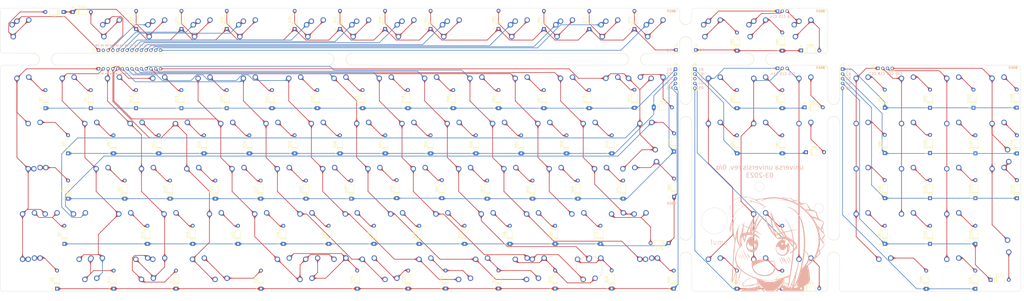
<source format=kicad_pcb>
(kicad_pcb (version 20221018) (generator pcbnew)
  (layers (0 "F.Cu" signal) (31 "B.Cu" signal) (34 "B.Paste" user) (35 "F.Paste" user) (36 "B.SilkS" user "B.Silkscreen") (37 "F.SilkS" user "F.Silkscreen") (38 "B.Mask" user) (39 "F.Mask" user) (44 "Edge.Cuts" user))
  (net 0 "")
  (net 1 "Net-(D1-A)")
  (net 2 "Net-(D2-A)")
  (net 3 "Net-(D3-A)")
  (net 4 "Net-(D4-A)")
  (net 5 "Net-(D5-A)")
  (net 6 "Net-(D6-A)")
  (net 7 "Net-(D7-A)")
  (net 8 "Net-(D8-A)")
  (net 9 "Net-(D9-A)")
  (net 10 "Net-(D10-A)")
  (net 11 "Net-(D11-A)")
  (net 12 "Net-(D12-A)")
  (net 13 "Net-(D13-A)")
  (net 14 "Net-(D14-A)")
  (net 15 "Net-(D15-A)")
  (net 16 "Net-(D16-A)")
  (net 17 "Net-(D17-A)")
  (net 18 "Net-(D18-A)")
  (net 19 "Net-(D19-A)")
  (net 20 "Net-(D20-A)")
  (net 21 "Net-(D21-A)")
  (net 22 "Net-(D22-A)")
  (net 23 "Net-(D23-A)")
  (net 24 "Net-(D24-A)")
  (net 25 "Net-(D25-A)")
  (net 26 "Net-(D26-A)")
  (net 27 "Net-(D27-A)")
  (net 28 "Net-(D28-A)")
  (net 29 "Net-(D29-A)")
  (net 30 "Net-(D30-A)")
  (net 31 "Net-(D31-A)")
  (net 32 "Net-(D32-A)")
  (net 33 "Net-(D33-A)")
  (net 34 "Net-(D34-A)")
  (net 35 "Net-(D35-A)")
  (net 36 "Net-(D36-A)")
  (net 37 "Net-(D37-A)")
  (net 38 "Net-(D38-A)")
  (net 39 "Net-(D39-A)")
  (net 40 "Net-(D40-A)")
  (net 41 "Net-(D41-A)")
  (net 42 "Net-(D42-A)")
  (net 43 "Net-(D43-A)")
  (net 44 "Net-(D44-A)")
  (net 45 "Net-(D45-A)")
  (net 46 "Net-(D46-A)")
  (net 47 "Net-(D47-A)")
  (net 48 "Net-(D48-A)")
  (net 49 "Net-(D49-A)")
  (net 50 "Net-(D50-A)")
  (net 51 "Net-(D51-A)")
  (net 52 "Net-(D52-A)")
  (net 53 "Net-(D53-A)")
  (net 54 "Net-(D54-A)")
  (net 55 "Net-(D55-A)")
  (net 56 "Net-(D56-A)")
  (net 57 "Net-(D57-A)")
  (net 58 "Net-(D58-A)")
  (net 59 "Net-(D59-A)")
  (net 60 "Net-(D60-A)")
  (net 61 "Net-(D61-A)")
  (net 62 "Net-(D62-A)")
  (net 63 "Net-(D63-A)")
  (net 64 "Net-(D64-A)")
  (net 65 "Net-(D65-A)")
  (net 66 "Net-(D66-A)")
  (net 67 "Net-(D67-A)")
  (net 68 "Net-(D68-A)")
  (net 69 "Net-(D69-A)")
  (net 70 "Net-(D70-A)")
  (net 71 "Net-(D71-A)")
  (net 72 "Net-(D72-A)")
  (net 73 "Net-(D73-A)")
  (net 74 "Net-(D74-A)")
  (net 75 "Net-(D75-A)")
  (net 76 "Net-(D76-A)")
  (net 77 "Net-(D77-A)")
  (net 78 "Net-(D78-A)")
  (net 79 "Net-(D79-A)")
  (net 80 "Net-(D81-K)")
  (net 81 "Net-(D80-A)")
  (net 82 "Net-(D81-A)")
  (net 83 "Net-(D82-A)")
  (net 84 "Net-(D83-A)")
  (net 85 "Net-(D84-A)")
  (net 86 "Net-(D85-A)")
  (net 87 "Net-(D86-A)")
  (net 88 "Net-(D87-A)")
  (net 89 "Net-(D88-A)")
  (net 90 "Net-(D89-A)")
  (net 91 "Net-(D91-A)")
  (net 92 "Net-(D92-A)")
  (net 93 "Net-(D93-A)")
  (net 94 "Net-(D94-A)")
  (net 95 "Net-(D95-A)")
  (net 96 "Net-(D96-A)")
  (net 97 "Net-(D97-A)")
  (net 98 "Net-(D98-A)")
  (net 99 "Net-(D99-A)")
  (net 100 "Net-(D100-A)")
  (net 101 "ROW1_LEFT")
  (net 102 "Net-(D101-A)")
  (net 103 "Net-(D102-A)")
  (net 104 "Net-(D103-A)")
  (net 105 "Net-(D104-A)")
  (net 106 "Net-(D105-A)")
  (net 107 "Net-(D106-A)")
  (net 108 "Net-(D107-A)")
  (net 109 "Net-(D108-A)")
  (net 110 "Net-(D109-A)")
  (net 111 "Net-(D110-A)")
  (net 112 "Net-(D111-A)")
  (net 113 "Net-(D90-A)")
  (net 114 "COL0_BOTTOM")
  (net 115 "COL1_BOTTOM")
  (net 116 "COL2_BOTTOM")
  (net 117 "COL3_BOTTOM")
  (net 118 "COL4_BOTTOM")
  (net 119 "COL5_BOTTOM")
  (net 120 "COL6_BOTTOM")
  (net 121 "COL7_BOTTOM")
  (net 122 "COL8_BOTTOM")
  (net 123 "COL9_BOTTOM")
  (net 124 "COL10_BOTTOM")
  (net 125 "COL11_BOTTOM")
  (net 126 "COL12_BOTTOM")
  (net 127 "COL13_BOTTOM")
  (net 128 "COL14_BOTTOM")
  (net 129 "COL15_BOTTOM")
  (net 130 "COL17_BOTTOM")
  (net 131 "COL18_BOTTOM")
  (net 132 "COL19_BOTTOM")
  (net 133 "COL20_BOTTOM")
  (net 134 "COL16_BOTTOM")
  (net 135 "ROW0_LEFT")
  (net 136 "COL0_TOP")
  (net 137 "COL1_TOP")
  (net 138 "COL2_TOP")
  (net 139 "COL3_TOP")
  (net 140 "COL4_TOP")
  (net 141 "COL5_TOP")
  (net 142 "COL6_TOP")
  (net 143 "COL7_TOP")
  (net 144 "COL8_TOP")
  (net 145 "COL9_TOP")
  (net 146 "COL10_TOP")
  (net 147 "COL11_TOP")
  (net 148 "COL12_TOP")
  (net 149 "COL13_TOP")
  (net 150 "ROW2_LEFT")
  (net 151 "ROW3_LEFT")
  (net 152 "ROW4_LEFT")
  (net 153 "ROW5_LEFT")
  (net 154 "ROW1_MID")
  (net 155 "ROW2_MID")
  (net 156 "ROW5_MID")
  (net 157 "ROW4_MID")
  (net 158 "ROW1_RIGHT")
  (net 159 "ROW2_RIGHT")
  (net 160 "ROW3_RIGHT")
  (net 161 "ROW4_RIGHT")
  (net 162 "ROW5_RIGHT")
  (net 163 "ROW3_MID")
  (net 164 "COL14_TOP")
  (net 165 "COL15_TOP")
  (net 166 "COL16_TOP")
  (footprint "Diode_THT:D_DO-35_SOD27_P7.62mm_Horizontal" (layer "F.Cu") (at 220.6625 108.585 90)
    (fp_text reference "D21")
    (fp_text value "1N4148")
  )
  (footprint "Diode_THT:D_DO-35_SOD27_P7.62mm_Horizontal" (layer "F.Cu") (at 154.1 146.51 90)
    (fp_text reference "D6")
    (fp_text value "1N4148")
  )
  (footprint "Alps_Only:ALPS-1U" (layer "F.Cu") (at 220.6625 119.0625)
    (fp_text reference "MX_C1")
    (fp_text value "MX-NoLED")
  )
  (footprint "Alps_Only:ALPS-1.5U" (layer "F.Cu") (at 144.4625 138.1125)
    (fp_text reference "MX_LCTRL2")
    (fp_text value "MX-NoLED")
  )
  (footprint "Panelization:mouse-bite-5mm-slot" (layer "F.Cu") (at 418.425 71.45 90)
    (fp_text reference "mouse-bite-5mm-slot" hide)
    (fp_text value "VAL**" hide)
  )
  (footprint "Diode_THT:D_DO-35_SOD27_P7.62mm_Horizontal" (layer "F.Cu") (at 459.025 70.485 90)
    (fp_text reference "D86")
    (fp_text value "1N4148")
  )
  (footprint "Diode_THT:D_DO-35_SOD27_P7.62mm_Horizontal" (layer "F.Cu") (at 377.825 70.485 90)
    (fp_text reference "D72")
    (fp_text value "1N4148")
  )
  (footprint "Panelization:mouse-bite-5mm-slot" (layer "F.Cu") (at 149.2 49.9)
    (fp_text reference "mouse-bite-5mm-slot" hide)
    (fp_text value "VAL**" hide)
  )
  (footprint "Diode_THT:D_DO-35_SOD27_P7.62mm_Horizontal" (layer "F.Cu") (at 557.7 108.45125 90)
    (fp_text reference "D110")
    (fp_text value "1N4148")
  )
  (footprint "Alps_Only:ALPS-1U" (layer "F.Cu") (at 492.6 61.9125)
    (fp_text reference "MX_NMLK1")
    (fp_text value "MX-NoLED")
  )
  (footprint "Diode_THT:D_DO-35_SOD27_P7.62mm_Horizontal" (layer "F.Cu") (at 311.15 89.535 90)
    (fp_text reference "D50")
    (fp_text value "1N4148")
  )
  (footprint "Alps_Only:ALPS-1.25U" (layer "F.Cu") (at 356.39375 138.1125)
    (fp_text reference "MX_RWIN1")
    (fp_text value "MX-NoLED")
  )
  (footprint "Diode_THT:D_DO-35_SOD27_P7.62mm_Horizontal" (layer "F.Cu") (at 396.875 70.32625 90)
    (fp_text reference "D77")
    (fp_text value "1N4148")
  )
  (footprint "Diode_THT:D_DO-35_SOD27_P7.62mm_Horizontal" (layer "F.Cu") (at 225.45 37.11 90)
    (fp_text reference "D30")
    (fp_text value "1N4148")
  )
  (footprint "Diode_THT:D_DO-35_SOD27_P7.62mm_Horizontal" (layer "F.Cu") (at 254 37.11 90)
    (fp_text reference "D36")
    (fp_text value "1N4148")
  )
  (footprint "Diode_THT:D_DO-35_SOD27_P7.62mm_Horizontal" (layer "F.Cu") (at 354.0125 108.585 90)
    (fp_text reference "D63")
    (fp_text value "1N4148")
  )
  (footprint "Alps_Only:ALPS-1U" (layer "F.Cu") (at 139.7 37.8625)
    (fp_text reference "MX_ESC1")
    (fp_text value "MX-NoLED")
  )
  (footprint "Diode_THT:D_DO-35_SOD27_P7.62mm_Horizontal" (layer "F.Cu") (at 230.1875 127.635 90)
    (fp_text reference "D22")
    (fp_text value "1N4148")
  )
  (footprint "Alps_Only:ALPS-1U" (layer "F.Cu") (at 449.5 37.8625 90)
    (fp_text reference "MX_SCRLK2")
    (fp_text value "MX-LED")
  )
  (footprint "Alps_Only:ALPS-1U" (layer "F.Cu") (at 187.325 80.9625)
    (fp_text reference "MX_W1")
    (fp_text value "MX-NoLED")
  )
  (footprint "Alps_Only:ALPS-1U" (layer "F.Cu") (at 387.35 37.8625)
    (fp_text reference "MX_F11")
    (fp_text value "MX-NoLED")
  )
  (footprint "Alps_Only:ALPS-1U" (layer "F.Cu") (at 349.25 37.8625)
    (fp_text reference "MX_F9")
    (fp_text value "MX-NoLED")
  )
  (footprint "Alps_Only:ALPS-1.25U" (layer "F.Cu") (at 375.44375 138.1125)
    (fp_text reference "MX_ROPT1")
    (fp_text value "MX-NoLED")
  )
  (footprint "Alps_Only:ALPS-1U" (layer "F.Cu") (at 168.275 80.9625)
    (fp_text reference "MX_Q1")
    (fp_text value "MX-NoLED")
  )
  (footprint "Alps_Only:ALPS-1U" (layer "F.Cu") (at 206.375 80.9625)
    (fp_text reference "MX_E1")
    (fp_text value "MX-NoLED")
  )
  (footprint "Alps_Only:ALPS-1U" (layer "F.Cu") (at 344.4875 100.0125)
    (fp_text reference "MX_KC27")
    (fp_text value "MX-NoLED")
  )
  (footprint "Alps_Only:ALPS-1U" (layer "F.Cu") (at 334.9625 119.0625)
    (fp_text reference "MX_KC34")
    (fp_text value "MX-NoLED")
  )
  (footprint "Alps_Only:ALPS-1U" (layer "F.Cu") (at 430.45 80.9625)
    (fp_text reference "MX_DEL1")
    (fp_text value "MX-NoLED")
  )
  (footprint "Alps_Only:ALPS-1U" (layer "F.Cu") (at 511.65 80.9625)
    (fp_text reference "MX_KP8")
    (fp_text value "MX-NoLED")
  )
  (footprint "Diode_THT:D_DO-35_SOD27_P7.62mm_Horizontal" (layer "F.Cu") (at 204.10625 146.51 90)
    (fp_text reference "D17")
    (fp_text value "1N4148")
  )
  (footprint "Connector_PinHeader_2.00mm:PinHeader_1x14_P2.00mm_Vertical" (layer "F.Cu") (at 171.55 46.1 90)
    (fp_text reference "J2")
    (fp_text value "Conn_02x07_Counter_Clockwise")
  )
  (footprint "Alps_Only:ALPS-1U" (layer "F.Cu") (at 320.675 37.8625)
    (fp_text reference "MX_F8")
    (fp_text value "MX-NoLED")
  )
  (footprint "Diode_THT:D_DO-35_SOD27_P7.62mm_Horizontal" (layer "F.Cu") (at 292 37.11 90)
    (fp_text reference "D48")
    (fp_text value "1N4148")
  )
  (footprint "Diode_THT:D_DO-35_SOD27_P7.62mm_Horizontal" (layer "F.Cu") (at 459.025 46.27625 90)
    (fp_text reference "D85")
    (fp_text value "1N4148")
  )
  (footprint "Diode_THT:D_DO-35_SOD27_P7.62mm_Horizontal" (layer "F.Cu") (at 373.0625 108.585 90)
    (fp_text reference "D69")
    (fp_text value "1N4148")
  )
  (footprint "Alps_Only:ALPS-1U" (layer "F.Cu") (at 163.5125 119.0625)
    (fp_text reference "MX_BSLSH2")
    (fp_text value "MX-NoLED")
  )
  (footprint "Alps_Only:ALPS-1U" (layer "F.Cu") (at 325.4375 100.0125)
    (fp_text reference "MX_L1")
    (fp_text value "MX-NoLED")
  )
  (footprint "Alps_Only:ALPS-1U" (layer "F.Cu") (at 177.8 37.8625)
    (fp_text reference "MX_F1")
    (fp_text value "MX-NoLED")
  )
  (footprint "Diode_THT:D_DO-35_SOD27_P7.62mm_Horizontal" (layer "F.Cu") (at 249.2375 127.635 90)
    (fp_text reference "D28")
    (fp_text value "1N4148")
  )
  (footprint "Diode_THT:D_DO-35_SOD27_P7.62mm_Horizontal" (layer "F.Cu") (at 282.575 70.485 90)
    (fp_text reference "D43")
    (fp_text value "1N4148")
  )
  (footprint "Alps_Only:ALPS-1U" (layer "F.Cu") (at 201.6125 119.0625)
    (fp_text reference "MX_X1")
    (fp_text value "MX-NoLED")
  )
  (footprint "Alps_Only:ALPS-1U" (layer "F.Cu") (at 301.625 37.8625)
    (fp_text reference "MX_F7")
    (fp_text value "MX-NoLED")
  )
  (footprint "Diode_THT:D_DO-35_SOD27_P7.62mm_Horizontal" (layer "F.Cu") (at 413.54375 88.74125 90)
    (fp_text reference "D79")
    (fp_text value "1N4148")
  )
  (footprint "Diode_THT:D_DO-35_SOD27_P7.62mm_Horizontal" (layer "F.Cu") (at 211.1375 127.635 90)
    (fp_text reference "D16")
    (fp_text value "1N4148")
  )
  (footprint "Alps_Only:ALPS-1.5U" (layer "F.Cu") (at 349.25 138.1125)
    (fp_text reference "MX_RSUPR1")
    (fp_text value "MX-NoLED")
  )
  (footprint "Diode_THT:D_DO-35_SOD27_P7.62mm_Horizontal" (layer "F.Cu") (at 301.625 70.485 90)
    (fp_text reference "D49")
    (fp_text value "1N4148")
  )
  (footprint "Alps_Only:ALPS-1U" (layer "F.Cu") (at 449.5 37.8625)
    (fp_text reference "MX_SCRLK1")
    (fp_text value "MX-LED")
  )
  (footprint "Alps_Only:ALPS-1U" (layer "F.Cu") (at 268.2875 100.0125)
    (fp_text reference "MX_H1")
    (fp_text value "MX-NoLED")
  )
  (footprint "Diode_THT:D_DO-35_SOD27_P7.62mm_Horizontal" (layer "F.Cu") (at 349.25 89.535 90)
    (fp_text reference "D62")
    (fp_text value "1N4148")
  )
  (footprint "Diode_THT:D_DO-35_SOD27_P7.62mm_Horizontal" (layer "F.Cu") (at 404.99 70.15)
    (fp_text reference "D78")
    (fp_text value "1N4148")
  )
  (footprint "Alps_Only:ALPS-1.25U" (layer "F.Cu") (at 284.95625 138.1125)
    (fp_text reference "MX_KC79")
    (fp_text value "MX-NoLED")
  )
  (footprint "Alps_Only:ALPS-1U" (layer "F.Cu") (at 530.7 119.0625)
    (fp_text reference "MX_KP3")
    (fp_text value "MX-NoLED")
  )
  (footprint "Diode_THT:D_DO-35_SOD27_P7.62mm_Horizontal" (layer "F.Cu") (at 234.95 89.535 90)
    (fp_text reference "D26")
    (fp_text value "1N4148")
  )
  (footprint "Diode_THT:D_DO-35_SOD27_P7.62mm_Horizontal" (layer "F.Cu") (at 244.475 70.485 90)
    (fp_text reference "D31")
    (fp_text value "1N4148")
  )
  (footprint "Alps_Only:ALPS-1U" (layer "F.Cu") (at 215.9 37.8625 90)
    (fp_text reference "MX_F16")
    (fp_text value "MX-NoLED")
  )
  (footprint "Alps_Only:ALPS-1U" (layer "F.Cu") (at 192.0875 100.0125)
    (fp_text reference "MX_S1")
    (fp_text value "MX-NoLED")
  )
  (footprint "Diode_THT:D_DO-35_SOD27_P7.62mm_Horizontal" (layer "F.Cu") (at 320.675 70.485 90)
    (fp_text reference "D55")
    (fp_text value "1N4148")
  )
  (footprint "Alps_Only:ALPS-1U" (layer "F.Cu") (at 258.7625 119.0625)
    (fp_text reference "MX_B1")
    (fp_text value "MX-NoLED")
  )
  (footprint "Diode_THT:D_DO-35_SOD27_P7.62mm_Horizontal" (layer "F.Cu") (at 387.3 146.46 90)
    (fp_text reference "D59")
    (fp_text value "1N4148")
  )
  (footprint "Alps_Only:ALPS-1U" (layer "F.Cu") (at 196.85 37.8625)
    (fp_text reference "MX_F2")
    (fp_text value "MX-NoLED")
  )
  (footprint "Diode_THT:D_DO-35_SOD27_P7.62mm_Horizontal" (layer "F.Cu") (at 334.9625 108.585 90)
    (fp_text reference "D57")
    (fp_text value "1N4148")
  )
  (footprint "Panelization:mouse-bite-5mm-slot" (layer "F.Cu") (at 449.5 49.875 180)
    (fp_text reference "mouse-bite-5mm-slot" hide)
    (fp_text value "VAL**" hide)
  )
  (footprint "Alps_Only:ALPS-1U" (layer "F.Cu") (at 177.8 61.9125)
    (fp_text reference "MX_2")
    (fp_text value "MX-NoLED")
  )
  (footprint "Alps_Only:ALPS-1U" (layer "F.Cu") (at 382.5875 100.0125)
    (fp_text reference "MX_KC2B1")
    (fp_text value "MX-NoLED")
  )
  (footprint "Alps_Only:ALPS-1U" (layer "F.Cu") (at 530.7 80.9625)
    (fp_text reference "MX_KP9")
    (fp_text value "MX-NoLED")
  )
  (footprint "Diode_THT:D_DO-35_SOD27_P7.62mm_Horizontal" (layer "F.Cu") (at 239.825 146.51 90)
    (fp_text reference "D23")
    (fp_text value "1N4148")
  )
  (footprint "Diode_THT:D_DO-35_SOD27_P7.62mm_Horizontal" (layer "F.Cu") (at 273.05 37.11 90)
    (fp_text reference "D42")
    (fp_text value "1N4148")
  )
  (footprint "Diode_THT:D_DO-35_SOD27_P7.62mm_Horizontal" (layer "F.Cu") (at 280.30625 146.51 90)
    (fp_text reference "D29")
    (fp_text value "1N4148")
  )
  (footprint "Diode_THT:D_DO-35_SOD27_P7.62mm_Horizontal" (layer "F.Cu") (at 263.525 70.485 90)
    (fp_text reference "D37")
    (fp_text value "1N4148")
  )
  (footprint "Alps_Only:ALPS-1U" (layer "F.Cu") (at 468.55 138.1125)
    (fp_text reference "MX_RGHT1")
    (fp_text value "MX-NoLED")
  )
  (footprint "Diode_THT:D_DO-35_SOD27_P7.62mm_Horizontal" (layer "F.Cu") (at 502.125 70.32625 90)
    (fp_text reference "D94")
    (fp_text value "1N4148")
  )
  (footprint "Alps_Only:ALPS-6.5U" (layer "F.Cu") (at 273.05 138.1125)
    (fp_text reference "MX_SPACE1")
    (fp_text value "MX-NoLED")
  )
  (footprint "Alps_Only:ALPS-1U" (layer "F.Cu") (at 511.65 61.9125)
    (fp_text reference "MX_KPEQ1")
    (fp_text value "MX-NoLED")
  )
  (footprint "Diode_THT:D_DO-35_SOD27_P7.62mm_Horizontal" (layer "F.Cu") (at 196.85 89.535 90)
    (fp_text reference "D14")
    (fp_text value "1N4148")
  )
  (footprint "Alps_Only:ALPS-1U" (layer "F.Cu") (at 492.6 119.0625)
    (fp_text reference "MX_KP1")
    (fp_text value "MX-NoLED")
  )
  (footprint "Alps_Only:ALPS-2U" (layer "F.Cu") (at 258.7625 138.1125 180)
    (fp_text reference "MX_SPACE5")
    (fp_text value "MX-NoLED")
  )
  (footprint "Alps_Only:ALPS-1U" (layer "F.Cu") (at 239.7125 119.0625)
    (fp_text reference "MX_V1")
    (fp_text value "MX-NoLED")
  )
  (footprint "Alps_Only:ALPS-1U" (layer "F.Cu") (at 430.45 37.8625 90)
    (fp_text reference "MX_PSCRN2")
    (fp_text value "MX-NoLED")
  )
  (footprint "Diode_THT:D_DO-35_SOD27_P7.62mm_Horizontal" (layer "F.Cu") (at 502.125 108.42625 90)
    (fp_text reference "D96")
    (fp_text value "1N4148")
  )
  (footprint "Alps_Only:ALPS-1.5U" (layer "F.Cu") (at 325.4375 138.1125 180)
    (fp_text reference "MX_KC1")
    (fp_text value "MX-NoLED")
  )
  (footprint "Alps_Only:ALPS-1U" (layer "F.Cu") (at 177.8 37.8625 90)
    (fp_text reference "MX_F14")
    (fp_text value "MX-NoLED")
  )
  (footprint "Diode_THT:D_DO-35_SOD27_P7.62mm_Horizontal" (layer "F.Cu") (at 315.9 108.41 90)
    (fp_text reference "D51")
    (fp_text value "1N4148")
  )
  (footprint "Alps_Only:ALPS-1U" (layer "F.Cu") (at 282.575 37.8625 90)
    (fp_text reference "MX_F19")
    (fp_text value "MX-NoLED")
  )
  (footprint "Alps_Only:ALPS-1U" (layer "F.Cu") (at 196.85 37.8625 90)
    (fp_text reference "MX_F15")
    (fp_text value "MX-NoLED")
  )
  (footprint "Diode_THT:D_DO-35_SOD27_P7.62mm_Horizontal" (layer "F.Cu") (at 192.0875 127.635 90)
    (fp_text reference "D10")
    (fp_text value "1N4148")
  )
  (footprint "Alps_Only:ALPS-1.5U" (layer "F.Cu") (at 192.0875 138.1125 180)
    (fp_text reference "MX_LALT2")
    (fp_text value "MX-NoLED")
  )
  (footprint "Diode_THT:D_DO-35_SOD27_P7.62mm_Horizontal" (layer "F.Cu") (at 215.9 89.535 90)
    (fp_text reference "D20")
    (fp_text value "1N4148")
  )
  (footprint "Alps_Only:ALPS-1U" (layer "F.Cu") (at 358.775 80.9625)
    (fp_text reference "MX_KC1A1")
    (fp_text value "MX-NoLED")
  )
  (footprint "Diode_THT:D_DO-35_SOD27_P7.62mm_Horizontal" (layer "F.Cu") (at 358.775 70.485 90)
    (fp_text reference "D67")
    (fp_text value "1N4148")
  )
  (footprint "Alps_Only:ALPS-1U" (layer "F.Cu") (at 511.65 119.0625)
    (fp_text reference "MX_KP2")
    (fp_text value "MX-NoLED")
  )
  (footprint "Alps_Only:ALPS-1U" (layer "F.Cu") (at 349.25 61.9125)
    (fp_text reference "MX_KC0C1")
    (fp_text value "MX-NoLED")
  )
  (footprint "Diode_THT:D_DO-35_SOD27_P7.62mm_Horizontal" (layer "F.Cu") (at 177.8 89.535 90)
    (fp_text reference "D8")
    (fp_text value "1N4148")
  )
  (footprint "Diode_THT:D_DO-35_SOD27_P7.62mm_Horizontal" (layer "F.Cu") (at 459.025 89.535 90)
    (fp_text reference "D87")
    (fp_text value "1N4148")
  )
  (footprint "Diode_THT:D_DO-35_SOD27_P7.62mm_Horizontal" (layer "F.Cu") (at 546.64 142.8)
    (fp_text reference "D111")
    (fp_text value "1N4148")
  )
  (footprint "Diode_THT:D_DO-35_SOD27_P7.62mm_Horizontal" (layer "F.Cu") (at 521.175 127.635 90)
    (fp_text reference "D102")
    (fp_text value "1N4148")
  )
  (footprint "Alps_Only:ALPS-1U" (layer "F.Cu") (at 530.7 138.1125)
    (fp_text reference "MX_KPDOT1")
    (fp_text value "MX-NoLED")
  )
  (footprint "Diode_THT:D_DO-35_SOD27_P7.62mm_Horizontal" (layer "F.Cu") (at 519.5625 146.56 90)
    (fp_text reference "D98")
    (fp_text value "1N4148")
  )
  (footprint "Alps_Only:ALPS-1U" (layer "F.Cu") (at 430.45 61.9125)
    (fp_text reference "MX_INS1")
    (fp_text value "MX-NoLED")
  )
  (footprint "Alps_Only:ALPS-1.5U" (layer "F.Cu") (at 196.85 138.1125)
    (fp_text reference "MX_LSUPR1")
    (fp_text value "MX-NoLED")
  )
  (footprint "Alps_Only:ALPS-1U" (layer "F.Cu") (at 449.5 80.9625)
    (fp_text reference "MX_END1")
    (fp_text value "MX-NoLED")
  )
  (footprint "Diode_THT:D_DO-35_SOD27_P7.62mm_Horizontal" (layer "F.Cu") (at 157.1625 127.635 90)
    (fp_text reference "D5")
    (fp_text value "1N4148")
  )
  (footprint "Diode_THT:D_DO-35_SOD27_P7.62mm_Horizontal" (layer "F.Cu") (at 339.725 70.485 90)
    (fp_text reference "D61")
    (fp_text value "1N4148")
  )
  (footprint "Diode_THT:D_DO-35_SOD27_P7.62mm_Horizontal" (layer "F.Cu") (at 413.54375 107.79125 90)
    (fp_text reference "D80")
    (fp_text value "1N4148")
  )
  (footprint "Alps_Only:ALPS-1U" (layer "F.Cu") (at 492.6 80.9625)
    (fp_text reference "MX_KP7")
    (fp_text value "MX-NoLED")
  )
  (footprint "Diode_THT:D_DO-35_SOD27_P7.62mm_Horizontal" (layer "F.Cu") (at 411.26 127.3 180)
    (fp_text reference "D75")
    (fp_text value "1N4148")
  )
  (footprint "Diode_THT:D_DO-35_SOD27_P7.62mm_Horizontal" (layer "F.Cu") (at 325.4375 127.635 90)
    (fp_text reference "D52")
    (fp_text value "1N4148")
  )
  (footprint "Alps_Only:ALPS-1U" (layer "F.Cu") (at 296.8625 119.0625)
    (fp_text reference "MX_M1")
    (fp_text value "MX-NoLED")
  )
  (footprint "Alps_Only:ALPS-1.5U" (layer "F.Cu") (at 401.6375 138.1125)
    (fp_text reference "MX_RCTRL2")
    (fp_text value "MX-NoLED")
  )
  (footprint "Connector_PinHeader_2.00mm:PinHeader_1x05_P2.00mm_Vertical" (layer "F.Cu") (at 484.35 54.05)
    (fp_text reference "J7")
    (fp_text value "Conn_01x05")
  )
  (footprint "Alps_Only:ALPS-1U" (layer "F.Cu") (at 377.825 80.9625)
    (fp_text reference "MX_KC1B1")
    (fp_text value "MX-NoLED")
  )
  (footprint "Alps_Only:ALPS-1.25U" (layer "F.Cu") (at 213.51875 138.1125)
    (fp_text reference "MX_KC7B1")
    (fp_text value "MX-NoLED")
  )
  (footprint "Alps_Only:ALPS-2U" (layer "F.Cu") (at 396.875 61.9125)
    (fp_text reference "MX_BS2")
    (fp_text value "MX-NoLED")
  )
  (footprint "Diode_THT:D_DO-35_SOD27_P7.62mm_Horizontal" (layer "F.Cu") (at 439.975 46.27625 90)
    (fp_text reference "D81")
    (fp_text value "1N4148")
  )
  (footprint "Connector_PinHeader_2.00mm:PinHeader_1x03_P2.00mm_Vertical" (layer "F.Cu") (at 457.05 53.7 90)
    (fp_text reference "J9")
    (fp_text value "Conn_01x03")
  )
  (footprint "Alps_Only:ALPS-1.5U" (layer "F.Cu") (at 401.6375 80.9625)
    (fp_text reference "MX_BSLSH1")
    (fp_text value "MX-NoLED")
  )
  (footprint "Alps_Only:ALPS-2U" (layer "F.Cu") (at 401.6375 90.4875 -90)
    (fp_text reference "MX_ENTR1")
    (fp_text value "MX-NoLED")
  )
  (footprint "Alps_Only:ALPS-1U" (layer "F.Cu") (at 449.5 138.1125)
    (fp_text reference "MX_DOWN1")
    (fp_text value "MX-NoLED")
  )
  (footprint "Alps_Only:ALPS-1U" (layer "F.Cu") (at 530.7 100.0125)
    (fp_text reference "MX_KP6")
    (fp_text value "MX-NoLED")
  )
  (footprint "Connector_PinHeader_2.00mm:PinHeader_1x03_P2.00mm_Vertical" (layer "F.Cu") (at 457.05 29.6 90)
    (fp_text reference "J8")
    (fp_text value "Conn_01x03")
  )
  (footprint "Diode_THT:D_DO-35_SOD27_P7.62mm_Horizontal" (layer "F.Cu") (at 149.225 70.485 90)
    (fp_text reference "D2")
    (fp_text value "1N4148")
  )
  (footprint "Alps_Only:ALPS-1U" (layer "F.Cu") (at 234.95 37.8625)
    (fp_text reference "MX_F4")
    (fp_text value "MX-NoLED")
  )
  (footprint "Diode_THT:D_DO-35_SOD27_P7.62mm_Horizontal" (layer "F.Cu") (at 206.4 37.11 90)
    (fp_text reference "D24")
    (fp_text value "1N4148")
  )
  (footprint "Alps_Only:ALPS-1U" (layer "F.Cu") (at 330.2 61.9125)
    (fp_text reference "MX_0")
    (fp_text value "MX-NoLED")
  )
  (footprint "Alps_Only:ALPS-1U" (layer "F.Cu") (at 406.4 37.8625 90)
    (fp_text reference "MX_F25")
    (fp_text value "MX-NoLED")
  )
  (footprint "Alps_Only:ALPS-1U" (layer "F.Cu") (at 139.7 61.9125)
    (fp_text reference "MX_TILDE1")
    (fp_text value "MX-NoLED")
  )
  (footprint "Alps_Only:ALPS-2.25U" (layer "F.Cu") (at 151.60625 119.0625)
    (fp_text reference "MX_LSHFT1")
    (fp_text value "MX-NoLED")
  )
  (footprint "Alps_Only:ALPS-1.5U" (layer "F.Cu") (at 144.4625 80.9625)
    (fp_text reference "MX_TAB1")
    (fp_text value "MX-NoLED")
  )
  (footprint "Alps_Only:ALPS-1.75U" (layer "F.Cu") (at 294.48125 138.1125 180)
    (fp_text reference "MX_KC2")
    (fp_text value "MX-NoLED")
  )
  (footprint "Diode_THT:D_DO-35_SOD27_P7.62mm_Horizontal" (layer "F.Cu") (at 439.975 89.535 90)
    (fp_text reference "D83")
    (fp_text value "1N4148")
  )
  (footprint "Alps_Only:ALPS-1U" (layer "F.Cu") (at 277.8125 119.0625)
    (fp_text reference "MX_N1")
    (fp_text value "MX-NoLED")
  )
  (footprint "Alps_Only:ALPS-1U" (layer "F.Cu") (at 158.75 61.9125)
    (fp_text reference "MX_1")
    (fp_text value "MX-NoLED")
  )
  (footprint "Alps_Only:ALPS-1U" (layer "F.Cu") (at 320.675 37.8625 90)
    (fp_text reference "MX_F21")
    (fp_text value "MX-NoLED")
  )
  (footprint "Alps_Only:ALPS-1U" (layer "F.Cu") (at 306.3875 100.0125)
    (fp_text reference "MX_K1")
    (fp_text value "MX-NoLED")
  )
  (footprint "Alps_Only:ALPS-1.75U" (layer "F.Cu") (at 146.84375 100.0125)
    (fp_text reference "MX_CPSLK2")
    (fp_text value "MX-NoLED")
  )
  (footprint "Diode_THT:D_DO-35_SOD27_P7.62mm_Horizontal" (layer "F.Cu") (at 254 89.535 90)
    (fp_text reference "D32")
    (fp_text value "1N4148")
  )
  (footprint "Diode_THT:D_DO-35_SOD27_P7.62mm_Horizontal" (layer "F.Cu") (at 239.7125 108.585 90)
    (fp_text reference "D27")
    (fp_text value "1N4148")
  )
  (footprint "Diode_THT:D_DO-35_SOD27_P7.62mm_Horizontal" (layer "F.Cu") (at 363.4875 146.46 90)
    (fp_text reference "D53")
    (fp_text value "1N4148")
  )
  (footprint "Alps_Only:ALPS-1U" (layer "F.Cu") (at 244.475 80.9625)
    (fp_text reference "MX_T1")
    (fp_text value "MX-NoLED")
  )
  (footprint "Diode_THT:D_DO-35_SOD27_P7.62mm_Horizontal" (layer "F.Cu") (at 439.975 70.485 90)
    (fp_text reference "D82")
    (fp_text value "1N4148")
  )
  (footprint "Diode_THT:D_DO-35_SOD27_P7.62mm_Horizontal" (layer "F.Cu") (at 330.2 89.535 90)
    (fp_text reference "D56")
    (fp_text value "1N4148")
  )
  (footprint "Alps_Only:ALPS-1U" (layer "F.Cu") (at 363.5375 100.0125)
    (fp_text reference "MX_KC28")
    (fp_text value "MX-NoLED")
  )
  (footprint "Alps_Only:ALPS-1.5U" (layer "F.Cu") (at 354.0125 138.1125 180)
    (fp_text reference "MX_RALT2")
    (fp_text value "MX-NoLED")
  )
  (footprint "Alps_Only:ALPS-2.75U" (layer "F.Cu") (at 389.73125 119.0625)
    (fp_text reference "MX_RSHFT1")
    (fp_text value "MX-NoLED")
  )
  (footprint "Alps_Only:ALPS-1U" (layer "F.Cu") (at 301.625 80.9625)
    (fp_text reference "MX_I1")
    (fp_text value "MX-NoLED")
  )
  (footprint "Diode_THT:D_DO-35_SOD27_P7.62mm_Horizontal" (layer "F.Cu") (at 502.125 127.635 90)
    (fp_text reference "D97")
    (fp_text value "1N4148")
  )
  (footprint "Diode_THT:D_DO-35_SOD27_P7.62mm_Horizontal" (layer "F.Cu") (at 339.7 37.06 90)
    (fp_text reference "D60")
    (fp_text value "1N4148")
  )
  (footprint "Diode_THT:D_DO-35_SOD27_P7.62mm_Horizontal" (layer "F.Cu") (at 344.4875 127.635 90)
    (fp_text reference "D58")
    (fp_text value "1N4148")
  )
  (footprint "Alps_Only:ALPS-1.25U" (layer "F.Cu") (at 404.01875 138.1125)
    (fp_text reference "MX_RCTRL1")
    (fp_text value "MX-NoLED")
  )
  (footprint "Panelization:mouse-bite-5mm-slot" (layer "F.Cu") (at 273.05 49.9)
    (fp_text reference "mouse-bite-5mm-slot" hide)
    (fp_text value "VAL**" hide)
  )
  (footprint "Diode_THT:D_DO-35_SOD27_P7.62mm_Horizontal" (layer "F.Cu") (at 557.7 89.56 90)
    (fp_text reference "D109")
    (fp_text value "1N4148")
  )
  (footprint "Alps_Only:ALPS-1U" (layer "F.Cu") (at 387.35 37.8625 90)
    (fp_text reference "MX_F24")
    (fp_text value "MX-NoLED")
  )
  (footprint "Diode_THT:D_DO-35_SOD27_P7.62mm_Horizontal" (layer "F.Cu") (at 268.2875 127.635 90)
    (fp_text reference "D34")
    (fp_text value "1N4148")
  )
  (footprint "Alps_Only:ALPS-2U" (layer "F.Cu") (at 549.75 90.4875 -90)
    (fp_text reference "MX_KPPLS2")
    (fp_text value "MX-NoLED")
  )
  (footprint "Alps_Only:ALPS-1U" (layer "F.Cu") (at 173.0375 100.0125)
    (fp_text reference "MX_A1")
    (fp_text value "MX-NoLED")
  )
  (footprint "Panelization:mouse-bite-5mm-slot" (layer "F.Cu") (at 418.425 37.825 90)
    (fp_text reference "mouse-bite-5mm-slot" hide)
    (fp_text value "VAL**" hide)
  )
  (footprint "Alps_Only:ALPS-1U" (layer "F.Cu") (at 511.65 100.0125)
    (fp_text reference "MX_KP5")
    (fp_text value "MX-NoLED")
  )
  (footprint "Diode_THT:D_DO-35_SOD27_P7.62mm_Horizontal" (layer "F.Cu") (at 187.35 37.16 90)
    (fp_text reference "D18")
    (fp_text value "1N4148")
  )
  (footprint "Diode_THT:D_DO-35_SOD27_P7.62mm_Horizontal" (layer "F.Cu") (at 206.375 70.485 90)
    (fp_text reference "D19")
    (fp_text value "1N4148")
  )
  (footprint "Alps_Only:ALPS-1.25U" (layer "F.Cu") (at 380.20625 138.1125)
    (fp_text reference "MX_MENU1")
    (fp_text value "MX-NoLED")
  )
  (footprint "Alps_Only:ALPS-1U" (layer "F.Cu") (at 339.725 80.9625)
    (fp_text reference "MX_P1")
    (fp_text value "MX-NoLED")
  )
  (footprint "Diode_THT:D_DO-35_SOD27_P7.62mm_Horizontal" (layer "F.Cu") (at 468.44 70.15)
    (fp_text reference "D91")
    (fp_text value "1N4148")
  )
  (footprint "Alps_Only:ALPS-1.25U" (layer "F.Cu") (at 142.08125 138.1125)
    (fp_text reference "MX_LCTRL1")
    (fp_text value "MX-NoLED")
  )
  (footprint "Alps_Only:ALPS-1U" (layer "F.Cu") (at 263.525 37.8625 90)
    (fp_text reference "MX_F18")
    (fp_text value "MX-NoLED")
  )
  (footprint "Alps_Only:ALPS-1U" (layer "F.Cu") (at 273.05 61.9125)
    (fp_text reference "MX_7")
    (fp_text value "MX-NoLED")
  )
  (footprint "Alps_Only:ALPS-1U" (layer "F.Cu") (at 263.525 37.8625)
    (fp_text reference "MX_F5")
    (fp_text value "MX-NoLED")
  )
  (footprint "Alps_Only:ALPS-1U" (layer "F.Cu") (at 287.3375 100.0125)
    (fp_text reference "MX_J1")
    (fp_text value "MX-NoLED")
  )
  (footprint "Alps_Only:ALPS-6.25U" (layer "F.Cu") (at 261.14375 138.1125)
    (fp_text reference "MX_SPACE2")
    (fp_text value "MX-NoLED")
  )
  (footprint "Alps_Only:ALPS-1.5U" (layer "F.Cu") (at 144.4625 100.0125)
    (fp_text reference "MX_CPSLK1")
    (fp_text value "MX-NoLED")
  )
  (footprint "Alps_Only:ALPS-1.25U" (layer "F.Cu") (at 189.70625 138.1125)
    (fp_text reference "MX_LALT1")
    (fp_text value "MX-NoLED")
  )
  (footprint "Connector_PinHeader_2.00mm:PinHeader_1x01_P2.00mm_Vertical" (layer "F.Cu") (at 414.35 45.95)
    (fp_text reference "J3")
    (fp_text value "Conn_01x01_Pin")
  )
  (footprint "Diode_THT:D_DO-35_SOD27_P7.62mm_Horizontal" (layer "F.Cu") (at 466.97 46.19)
    (fp_text reference "D90")
    (fp_text value "1N4148")
  )
  (footprint "Alps_Only:ALPS-1U" (layer "F.Cu") (at 430.45 37.8625)
    (fp_text reference "MX_PSCRN1")
    (fp_text value "MX-NoLED")
  )
  (footprint "Diode_THT:D_DO-35_SOD27_P7.62mm_Horizontal" (layer "F.Cu") (at 306.3875 127.635 90)
    (fp_text reference "D46")
    (fp_text value "1N4148")
  )
  (footprint "Alps_Only:ALPS-1U" (layer "F.Cu") (at 373.0625 119.0625)
    (fp_text reference "MX_KC73")
    (fp_text value "MX-NoLED")
  )
  (footprint "Alps_Only:ALPS-1U" (layer "F.Cu") (at 368.3 37.8625 90)
    (fp_text reference "MX_F23")
    (fp_text value "MX-NoLED")
  )
  (footprint "Diode_THT:D_DO-35_SOD27_P7.62mm_Horizontal" (layer "F.Cu") (at 258.7625 108.585 90)
    (fp_text reference "D33")
    (fp_text value "1N4148")
  )
  (footprint "Diode_THT:D_DO-35_SOD27_P7.62mm_Horizontal" (layer "F.Cu") (at 225.425 70.485 90)
    (fp_text reference "D25")
    (fp_text value "1N4148")
  )
  (footprint "Alps_Only:ALPS-1U" (layer "F.Cu") (at 406.4 61.9125)
    (fp_text reference "MX_BS1")
    (fp_text value "MX-NoLED")
  )
  (footprint "Diode_THT:D_DO-35_SOD27_P7.62mm_Horizontal" (layer "F.Cu") (at 459.025 146.52625 90)
    (fp_text reference "D89")
    (fp_text value "1N4148")
  )
  (footprint "Diode_THT:D_DO-35_SOD27_P7.62mm_Horizontal" (layer "F.Cu") (at 339.675 146.46 90)
    (fp_text reference "D47")
    (fp_text value "1N4148")
  )
  (footprint "Diode_THT:D_DO-35_SOD27_P7.62mm_Horizontal" (layer "F.Cu") (at 396.85 37.16 90)
    (fp_text reference "D76")
    (fp_text value "1N4148")
  )
  (footprint "Diode_THT:D_DO-35_SOD27_P7.62mm_Horizontal" (layer "F.Cu") (at 317.45 146.46 90)
    (fp_text reference "D41")
    (fp_text value "1N4148")
  )
  (footprint "Alps_Only:ALPS-1U" (layer "F.Cu") (at 234.95 37.8625 90)
    (fp_text reference "MX_F17")
    (fp_text value "MX-NoLED")
  )
  (footprint "Diode_THT:D_DO-35_SOD27_P7.62mm_Horizontal" (layer "F.Cu") (at 363.5375 127.635 90)
    (fp_text reference "D64")
    (fp_text value "1N4148")
  )
  (footprint "Alps_Only:ALPS-1.75U" (layer "F.Cu") (at 399.25625 119.0625)
    (fp_text reference "MX_RSHFT2")
    (fp_text value "MX-NoLED")
  )
  (footprint "Diode_THT:D_DO-35_SOD27_P7.62mm_Horizontal" (layer "F.Cu") (at 177.9125 146.51 90)
    (fp_text reference "D11")
    (fp_text value "1N4148")
  )
  (footprint "Connector_PinHeader_2.00mm:PinHeader_1x14_P2.00mm_Vertical" (layer "F.Cu") (at 171.55 53.9 90)
    (fp_text reference "J1")
    (fp_text value "Conn_02x07_Counter_Clockwise")
  )
  (footprint "Alps_Only:ALPS-1U" (layer "F.Cu") (at 320.675 80.9625)
    (fp_text reference "MX_O1")
    (fp_text value "MX-NoLED")
  )
  (footprint "Panelization:mouse-bite-5mm-slot" (layer "F.Cu") (at 480.599875 128.575001 -90)
    (fp_text reference "mouse-bite-5mm-slot" hide)
    (fp_text value "VAL**" hide)
  )
  (footprint "Diode_THT:D_DO-35_SOD27_P7.62mm_Horizontal" (layer "F.Cu") (at 392.1125 108.585 90)
    (fp_text reference "D74")
    (fp_text value "1N4148")
  )
  (footprint "Diode_THT:D_DO-35_SOD27_P7.62mm_Horizontal" (layer "F.Cu") (at 539.43125 70.32625 90)
    (fp_text reference "D103")
    (fp_text value "1N4148")
  )
  (footprint "Alps_Only:ALPS-1U" (layer "F.Cu") (at 449.5 119.0625)
    (fp_text reference "MX_UP1")
    (fp_text value "MX-NoLED")
  )
  (footprint "Alps_Only:ALPS-1U" (layer "F.Cu") (at 249.2375 100.0125)
    (fp_text reference "MX_G1")
    (fp_text value "MX-NoLED")
  )
  (footprint "Alps_Only:ALPS-1U" (layer "F.Cu") (at 315.9125 119.0625)
    (fp_text reference "MX_KC33")
    (fp_text value "MX-NoLED")
  )
  (footprint "Alps_Only:ALPS-1U" (layer "F.Cu") (at 234.95 61.9125)
    (fp_text reference "MX_5")
    (fp_text value "MX-NoLED")
  )
  (footprint "Alps_Only:ALPS-1.25U" (layer "F.Cu") (at 332.58125 138.1125)
    (fp_text reference "MX_RALT1")
    (fp_text value "MX-NoLED")
  )
  (footprint "Alps_Only:ALPS-1U" (layer "F.Cu") (at 215.9 61.9125)
    (fp_text reference "MX_4")
    (fp_text value "MX-NoLED")
  )
  (footprint "Diode_THT:D_DO-35_SOD27_P7.62mm_Horizontal" (layer "F.Cu") (at 292.1 89.535 90)
    (fp_text reference "D44")
    (fp_text value "1N4148")
  )
  (footprint "Alps_Only:ALPS-1.75U" (layer "F.Cu") (at 223.04375 138.1125 180)
    (fp_text reference "MX_KC7B2")
    (fp_text value "MX-NoLED")
  )
  (footprint "Connector_PinHeader_2.00mm:PinHeader_1x05_P2.00mm_Vertical" (layer "F.Cu") (at 414.15 54.05)
    (fp_text reference "J5")
    (fp_text value "Conn_01x05")
  )
  (footprint "Diode_THT:D_DO-35_SOD27_P7.62mm_Horizontal" (layer "F.Cu") (at 540.2 146.56 90)
    (fp_text reference "D107")
    (fp_text value "1N4148")
  )
  (footprint "Alps_Only:ALPS-1U" (layer "F.Cu") (at 196.85 61.9125)
    (fp_text reference "MX_3")
    (fp_text value "MX-NoLED")
  )
  (footprint "Diode_THT:D_DO-35_SOD27_P7.62mm_Horizontal" (layer "F.Cu") (at 296.9 108.41 90)
    (fp_text reference "D45")
    (fp_text value "1N4148")
  )
  (footprint "Alps_Only:ALPS-1U" (layer "F.Cu") (at 468.55 37.8625)
    (fp_text reference "MX_PSBRK1")
    (fp_text value "MX-NoLED")
  )
  (footprint "Diode_THT:D_DO-35_SOD27_P7.62mm_Horizontal" (layer "F.Cu") (at 413.4 146.51 90)
    (fp_text reference "D65")
    (fp_text value "1N4148")
  )
  (footprint "Alps_Only:ALPS-1U" (layer "F.Cu") (at 225.425 80.9625)
    (fp_text reference "MX_R1")
    (fp_text value "MX-NoLED")
  )
  (footprint "Alps_Only:ALPS-1U" (layer "F.Cu") (at 449.5 61.9125)
    (fp_text reference "MX_HOME1")
    (fp_text value "MX-NoLED")
  )
  (footprint "Alps_Only:ALPS-2.5U" (layer "F.Cu") (at 249.2375 138.1125)
    (fp_text reference "MX_SPACE3")
    (fp_text value "MX-NoLED")
  )
  (footprint "Diode_THT:D_DO-35_SOD27_P7.62mm_Horizontal" (layer "F.Cu") (at 182.5625 108.585 90)
    (fp_text reference "D9")
    (fp_text value "1N4148")
  )
  (footprint "Diode_THT:D_DO-35_SOD27_P7.62mm_Horizontal" (layer "F.Cu") (at 540.225 127.635 90)
    (fp_text reference "D106")
    (fp_text value "1N4148")
  )
  (footprint "Alps_Only:ALPS-1U" (layer "F.Cu") (at 168.275 138.1125 180)
    (fp_text reference "MX_LWIN2")
    (fp_text value "MX-NoLED")
  )
  (footprint "Alps_Only:ALPS-1.25U" (layer "F.Cu") (at 165.89375 138.1125)
    (fp_text reference "MX_LWIN1")
    (fp_text value "MX-NoLED")
  )
  (footprint "Alps_Only:ALPS-1U" (layer "F.Cu") (at 282.575 80.9625)
    (fp_text reference "MX_U1")
    (fp_text value "MX-NoLED")
  )
  (footprint "Diode_THT:D_DO-35_SOD27_P7.62mm_Horizontal" (layer "F.Cu") (at 540.225 108.42625 90)
    (fp_text reference "D105")
    (fp_text value "1N4148")
  )
  (footprint "Diode_THT:D_DO-35_SOD27_P7.62mm_Horizontal" (layer "F.Cu") (at 160.69 30)
    (fp_text reference "D12")
    (fp_text value "1N4148")
  )
  (footprint "Alps_Only:ALPS-1U" (layer "F.Cu") (at 530.7 61.9125)
    (fp_text reference "MX_KPFSL1")
    (fp_text value "MX-NoLED")
  )
  (footprint "Diode_THT:D_DO-35_SOD27_P7.62mm_Horizontal" (layer "F.Cu") (at 387.35 89.535 90)
    (fp_text reference "D73")
    (fp_text value "1N4148")
  )
  (footprint "Diode_THT:D_DO-35_SOD27_P7.62mm_Horizontal" (layer "F.Cu") (at 277.8125 108.585 90)
    (fp_text reference "D39")
    (fp_text value "1N4148")
  )
  (footprint "Alps_Only:ALPS-1U" (layer "F.Cu") (at 263.525 80.9625)
    (fp_text reference "MX_Y1")
    (fp_text value "MX-NoLED")
  )
  (footprint "Diode_THT:D_DO-35_SOD27_P7.62mm_Horizontal" (layer "F.Cu") (at 382.5875 127.635 90)
    (fp_text reference "D70")
    (fp_text value "1N4148")
  )
  (footprint "Diode_THT:D_DO-35_SOD27_P7.62mm_Horizontal" (layer "F.Cu") (at 187.325 70.485 90)
    (fp_text reference "D13")
    (fp_text value "1N4148")
  )
  (footprint "Alps_Only:ALPS-1U" (layer "F.Cu") (at 468.55 80.9625)
    (fp_text reference "MX_PGDN1")
    (fp_text value "MX-NoLED")
  )
  (footprint "Diode_THT:D_DO-35_SOD27_P7.62mm_Horizontal" (layer "F.Cu") (at 540.225 89.535 90)
    (fp_text reference "D104")
    (fp_text value "1N4148")
  )
  (footprint "Connector_PinHeader_2.00mm:PinHeader_1x01_P2.00mm_Vertical" (layer "F.Cu") (at 422.6 45.95)
    (fp_text reference "J4")
    (fp_text value "Conn_01x01_Pin")
  )
  (footprint "Alps_Only:ALPS-1.25U" (layer "F.Cu") (at 308.76875 138.1125)
    (fp_text reference "MX_KC70")
    (fp_text value "MX-NoLED")
  )
  (footprint "Alps_Only:ALPS-1U" (layer "F.Cu") (at 301.625 37.8625 90)
    (fp_text reference "MX_F20")
    (fp_text value "MX-NoLED")
  )
  (footprint "Diode_THT:D_DO-35_SOD27_P7.62mm_Horizontal" (layer "F.Cu") (at 377.85 37.16 90)
    (fp_text reference "D71")
    (fp_text value "1N4148")
  )
  (footprint "Panelization:mouse-bite-5mm-slot" (layer "F.Cu") (at 418.425 128.6 90)
    (fp_text reference "mouse-bite-5mm-slot" hide)
    (fp_text value "VAL**" hide)
  )
  (footprint "Diode_THT:D_DO-35_SOD27_P7.62mm_Horizontal" (layer "F.Cu") (at 521.175 70.32625 90)
    (fp_text reference "D99")
    (fp_text value "1N4148")
  )
  (footprint "Alps_Only:ALPS-1.25U" (layer "F.Cu") (at 142.08125 119.0625)
    (fp_text reference "MX_LSHFT2")
    (fp_text value "MX-NoLED")
  )
  (footprint "Diode_THT:D_DO-35_SOD27_P7.62mm_Horizontal" (layer "F.Cu") (at 156.81 29.95 180)
    (fp_text reference "D1")
    (fp_text value "1N4148")
  )
  (footprint "Diode_THT:D_DO-35_SOD27_P7.62mm_Horizontal" (layer "F.Cu") (at 368.3 89.535 90)
    (fp_text reference "D68")
    (fp_text value "1N4148")
  )
  (footprint "Diode_THT:D_DO-35_SOD27_P7.62mm_Horizontal" (layer "F.Cu") (at 158.75 108.585 90)
    (fp_text reference "D4")
    (fp_text value "1N4148")
  )
  (footprint "Alps_Only:ALPS-1U" (layer "F.Cu") (at 387.35 61.9125)
    (fp_text reference "MX_KC7D1")
    (fp_text value "MX-NoLED")
  )
  (footprint "Diode_THT:D_DO-35_SOD27_P7.62mm_Horizontal" (layer "F.Cu") (at 466.94 146.4)
    (fp_text reference "D93")
    (fp_text value "1N4148")
  )
  (footprint "Diode_THT:D_DO-35_SOD27_P7.62mm_Horizontal" (layer "F.Cu") (at 521.175 108.42625 90)
    (fp_text reference "D101")
    (fp_text value "1N4148")
  )
  (footprint "Diode_THT:D_DO-35_SOD27_P7.62mm_Horizontal" (layer "F.Cu") (at 201.6125 108.585 90)
    (fp_text reference "D15")
    (fp_text value "1N4148")
  )
  (footprint "Alps_Only:ALPS-1U" (layer "F.Cu") (at 406.4 37.8625)
    (fp_text reference "MX_F12")
    (fp_text value "MX-NoLED")
  )
  (footprint "Alps_Only:ALPS-1U" (layer "F.Cu") (at 215.9 37.8625)
    (fp_text reference "MX_F3")
    (fp_text value "MX-NoLED")
  )
  (footprint "Diode_THT:D_DO-35_SOD27_P7.62mm_Horizontal" (layer "F.Cu") (at 158.75 89.535 90)
    (fp_text reference "D3")
    (fp_text value "1N4148")
  )
  (footprint "Alps_Only:ALPS-2.25U" (layer "F.Cu") (at 394.49375 100.0125)
    (fp_text reference "MX_RTRN1")
    (fp_text value "MX-NoLED")
  )
  (footprint "Alps_Only:ALPS-1U" (layer "F.Cu") (at 377.825 138.1125 180)
    (fp_text reference "MX_RWIN2")
    (fp_text value "MX-NoLED")
  )
  (footprint "Panelization:mouse-bite-5mm-slot" (layer "F.Cu") (at 480.599875 71.425001 -90)
    (fp_text reference "mouse-bite-5mm-slot" hide)
    (fp_text value "VAL**" hide)
  )
  (footprint "Alps_Only:ALPS-1U" (layer "F.Cu") (at 549.75 100.0125)
    (fp_text reference "MX_KPPLS1")
    (fp_text value "MX-NoLED")
  )
  (footprint "Diode_THT:D_DO-35_SOD27_P7.62mm_Horizontal" (layer "F.Cu") (at 468.99 89.05)
    (fp_text reference "D92")
    (fp_text value "1N4148")
  )
  (footprint "Alps_Only:ALPS-1U" (layer "F.Cu") (at 468.55 37.8625 90)
    (fp_text reference "MX_PSBRK2")
    (fp_text value "MX-NoLED")
  )
  (footprint "Alps_Only:ALPS-1U" (layer "F.Cu") (at 230.1875 100.0125)
    (fp_text reference "MX_F13")
    (fp_text value "MX-NoLED")
  )
  (footprint "Alps_Only:ALPS-1U" (layer "F.Cu") (at 211.1375 100.0125)
    (fp_text reference "MX_D1")
    (fp_text value "MX-NoLED")
  )
  (footprint "Panelization:mouse-bite-5mm-slot" (layer "F.Cu") (at 396.9 49.9)
    (fp_text reference "mouse-bite-5mm-slot" hide)
    (fp_text value "VAL**" hide)
  )
  (footprint "Alps_Only:ALPS-1U" (layer "F.Cu") (at 182.5625 119.0625)
    (fp_text reference "MX_Z1")
    (fp_text value "MX-NoLED")
  )
  (footprint "Connector_PinHeader_2.00mm:PinHeader_1x05_P2.00mm_Vertical" (layer "F.Cu") (at 422.25 54.05)
    (fp_text reference "J6")
    (fp_text value "Conn_01x05")
  )
  (footprint "Alps_Only:ALPS-1U" (layer "F.Cu") (at 468.55 61.9125)
    (fp_text reference "MX_PGUP1")
    (fp_text value "MX-NoLED")
  )
  (footprint "Diode_THT:D_DO-35_SOD27_P7.62mm_Horizontal" (layer "F.Cu") (at 459.025 127.635 90)
    (fp_text reference "D88")
    (fp_text value "1N4148")
  )
  (footprint "Alps_Only:ALPS-1U" (layer "F.Cu") (at 139.7 37.8625 90)
    (fp_text reference "MX_ESC2")
    (fp_text value "MX-NoLED")
  )
  (footprint "Alps_Only:ALPS-1U" (layer "F.Cu") (at 368.3 37.8625)
    (fp_text reference "MX_F10")
    (fp_text value "MX-NoLED")
  )
  (footprint "Alps_Only:ALPS-1U" (layer "F.Cu") (at 254 61.9125)
    (fp_text reference "MX_6")
    (fp_text value "MX-NoLED")
  )
  (footprint "Alps_Only:ALPS-1U" (layer "F.Cu") (at 292.1 61.9125)
    (fp_text reference "MX_8")
    (fp_text value "MX-NoLED")
  )
  (footprint "Connector_PinHeader_2.00mm:PinHeader_1x04_P2.00mm_Vertical" (layer "F.Cu") (at 499.25 53.7 90)
    (fp_text reference "J10")
    (fp_text value "Conn_01x04")
  )
  (footprint "Diode_THT:D_DO-35_SOD27_P7.62mm_Horizontal" (layer "F.Cu") (at 502.125 89.37625 90)
    (fp_text reference "D95")
    (fp_text value "1N4148")
  )
  (footprint "Diode_THT:D_DO-35_SOD27_P7.62mm_Horizontal" (layer "F.Cu") (at 301.7375 146.51 90)
    (fp_text reference "D35")
    (fp_text value "1N4148")
  )
  (footprint "Alps_Only:ALPS-1.25U" (layer "F.Cu") (at 170.65625 138.1125)
    (fp_text reference "MX_LOPT1")
    (fp_text value "MX-NoLED")
  )
  (footprint "Alps_Only:ALPS-1U" (layer "F.Cu") (at 311.15 61.9125)
    (fp_text reference "MX_9")
    (fp_text value "MX-NoLED")
  )
  (footprint "Diode_THT:D_DO-35_SOD27_P7.62mm_Horizontal" (layer "F.Cu") (at 521.175 89.37625 90)
    (fp_text reference "D100")
    (fp_text value "1N4148")
  )
  (footprint "Alps_Only:ALPS-1U" (layer "F.Cu") (at 549.75 61.9125)
    (fp_text reference "MX_KPAST1")
    (fp_text value "MX-NoLED")
  )
  (footprint "Alps_Only:ALPS-1U" (layer "F.Cu") (at 349.25 37.8625 90)
    (fp_text reference "MX_F22")
    (fp_text value "MX-NoLED")
  )
  (footprint "Alps_Only:ALPS-2U" (layer "F.Cu") (at 502.125 138.1125)
    (fp_text reference "MX_KP0")
    (fp_text value "MX-NoLED")
  )
  (footprint "Diode_THT:D_DO-35_SOD27_P7.62mm_Horizontal" (layer "F.Cu") (at 168.275 70.485 90)
    (fp_text reference "D7")
    (fp_text value "1N4148")
  )
  (footprint "Diode_THT:D_DO-35_SOD27_P7.62mm_Horizontal" (layer "F.Cu") (at 287.3375 127.635 90)
    (fp_text reference "D40")
    (fp_text value "1N4148")
  )
  (footprint "Alps_Only:ALPS-2U" (layer "F.Cu") (at 549.75 128.5875 -90)
    (fp_text reference "MX_KPENT1")
    (fp_text value "MX-NoLED")
  )
  (footprint "Alps_Only:ALPS-1U" (layer "F.Cu") (at 368.3 61.9125)
    (fp_text reference "MX_KC0D1")
    (fp_text value "MX-NoLED")
  )
  (footprint "Alps_Only:ALPS-1U" (layer "F.Cu") (at 282.575 37.8625)
    (fp_text reference "MX_F6")
    (fp_text value "MX-NoLED")
  )
  (footprint "Alps_Only:ALPS-1U" (layer "F.Cu") (at 492.6 100.0125)
    (fp_text reference "MX_KP4")
    (fp_text value "MX-NoLED")
  )
  (footprint "Diode_THT:D_DO-35_SOD27_P7.62mm_Horizontal" (layer "F.Cu") (at 439.975 146.52625 90)
    (fp_text reference "D84")
    (fp_text value "1N4148")
  )
  (footprint "Diode_THT:D_DO-35_SOD27_P7.62mm_Horizontal" (layer "F.Cu") (at 358.8 37.16 90)
    (fp_text reference "D66")
    (fp_text value "1N4148")
  )
  (footprint "Alps_Only:ALPS-1U" (layer "F.Cu") (at 354.0125 119.0625)
    (fp_text reference "MX_KC35")
    (fp_text value "MX-NoLED")
  )
  (footprint "Diode_THT:D_DO-35_SOD27_P7.62mm_Horizontal" (layer "F.Cu") (at 557.6 70.26 90)
    (fp_text reference "D108")
    (fp_text value "1N4148")
  )
  (footprint "Alps_Only:ALPS-1U" (layer "F.Cu") (at 549.75 80.9625)
    (fp_text reference "MX_KPMNS1")
    (fp_text value "MX-NoLED")
  )
  (footprint "Diode_THT:D_DO-35_SOD27_P7.62mm_Horizontal" (layer "F.Cu") (at 273.05 89.535 90)
    (fp_text reference "D38")
    (fp_text value "1N4148")
  )
  (footprint "Alps_Only:ALPS-1U" (layer "F.Cu") (at 430.45 138.1125)
    (fp_text reference "MX_LEFT1")
    (fp_text value "MX-NoLED")
  )
  (footprint "Diode_THT:D_DO-35_SOD27_P7.62mm_Horizontal" (layer "F.Cu") (at 311.15 37.11 90)
    (fp_text reference "D54")
    (fp_text value "1N4148")
  )
  (footprint "umu:umu" (layer "B.Cu") (at 456.7 126 180)
    (fp_text reference "G***" hide)
    (fp_text value "LOGO" hide)
  )
  (gr_circle (center 377.825 138.1125) (end 383.325 138.1125) (stroke (width 0.1)) (fill none) (layer "B.SilkS"))
  (gr_line (start 415.925 32.825) (end 415.925 29.7) (stroke (width 0.1)) (layer "Edge.Cuts"))
  (gr_line (start 130.150058 29.599519) (end 130.175 46.1375) (stroke (width 0.1)) (layer "Edge.Cuts"))
  (gr_line (start 131.449748 47.387255) (end 144.2 47.4) (stroke (width 0.1)) (layer "Edge.Cuts"))
  (gr_arc (start 130.150058 29.599519) (mid 130.513657 28.709639) (end 131.4 28.3375) (stroke (width 0.1)) (layer "Edge.Cuts"))
  (gr_line (start 478.1 133.6) (end 478.075002 146.387502) (stroke (width 0.1)) (layer "Edge.Cuts"))
  (gr_line (start 454.5 47.375) (end 476.82 47.38) (stroke (width 0.1)) (layer "Edge.Cuts"))
  (gr_arc (start 420.925 32.825) (mid 418.425 35.325) (end 415.925 32.825) (stroke (width 0.1)) (layer "Edge.Cuts"))
  (gr_line (start 268.05 47.4) (end 154.2 47.4) (stroke (width 0.1)) (layer "Edge.Cuts"))
  (gr_arc (start 420.924875 66.425001) (mid 418.437437 68.937437) (end 415.925 66.45) (stroke (width 0.1)) (layer "Edge.Cuts"))
  (gr_arc (start 422.174998 147.637502) (mid 421.291115 147.271385) (end 420.924998 146.387502) (stroke (width 0.1)) (layer "Edge.Cuts"))
  (gr_line (start 414.675002 147.637502) (end 131.437019 147.637442) (stroke (width 0.1)) (layer "Edge.Cuts"))
  (gr_arc (start 478.099875 76.425001) (mid 480.599875 73.925001) (end 483.099875 76.425001) (stroke (width 0.1)) (layer "Edge.Cuts"))
  (gr_arc (start 478.1 133.6) (mid 480.587438 131.087563) (end 483.099875 133.575001) (stroke (width 0.1)) (layer "Edge.Cuts"))
  (gr_circle (center 449.5 103.5625) (end 451.5 103.5625) (stroke (width 0.1)) (fill none) (layer "Edge.Cuts"))
  (gr_line (start 401.9 52.4) (end 414.662981 52.387558) (stroke (width 0.1)) (layer "Edge.Cuts"))
  (gr_line (start 454.5 52.375) (end 476.825002 52.387498) (stroke (width 0.1)) (layer "Edge.Cuts"))
  (gr_line (start 483.074998 53.637498) (end 483.099875 66.425001) (stroke (width 0.1)) (layer "Edge.Cuts"))
  (gr_arc (start 484.324998 147.637502) (mid 483.441115 147.271385) (end 483.074998 146.387502) (stroke (width 0.1)) (layer "Edge.Cuts"))
  (gr_arc (start 415.924942 46.125481) (mid 415.561343 47.015361) (end 414.675 47.3875) (stroke (width 0.1)) (layer "Edge.Cuts"))
  (gr_line (start 420.925058 53.649519) (end 420.924875 66.425001) (stroke (width 0.1)) (layer "Edge.Cuts"))
  (gr_arc (start 391.9 47.4) (mid 394.4 49.9) (end 391.9 52.4) (stroke (width 0.1)) (layer "Edge.Cuts"))
  (gr_arc (start 154.2 52.4) (mid 151.7 49.9) (end 154.2 47.4) (stroke (width 0.1)) (layer "Edge.Cuts"))
  (gr_line (start 483.099875 133.575001) (end 483.074998 146.387502) (stroke (width 0.1)) (layer "Edge.Cuts"))
  (gr_line (start 478.099875 66.425001) (end 478.075002 53.637498) (stroke (width 0.1)) (layer "Edge.Cuts"))
  (gr_line (start 415.925 133.6) (end 415.925002 146.387502) (stroke (width 0.1)) (layer "Edge.Cuts"))
  (gr_line (start 401.9 47.4) (end 414.675 47.3875) (stroke (width 0.1)) (layer "Edge.Cuts"))
  (gr_line (start 131.425 52.3875) (end 144.2 52.4) (stroke (width 0.1)) (layer "Edge.Cuts"))
  (gr_line (start 476.825 28.3375) (end 422.175 28.3375) (stroke (width 0.1)) (layer "Edge.Cuts"))
  (gr_arc (start 476.825002 52.387498) (mid 477.708885 52.753615) (end 478.075002 53.637498) (stroke (width 0.1)) (layer "Edge.Cuts"))
  (gr_arc (start 414.662959 28.33307) (mid 415.595139 28.738484) (end 415.924999 29.7) (stroke (width 0.1)) (layer "Edge.Cuts"))
  (gr_line (start 278.05 52.4) (end 391.9 52.4) (stroke (width 0.1)) (layer "Edge.Cuts"))
  (gr_arc (start 268.05 47.4) (mid 270.55 49.9) (end 268.05 52.4) (stroke (width 0.1)) (layer "Edge.Cuts"))
  (gr_arc (start 483.099875 123.575001) (mid 480.599875 126.075001) (end 478.099875 123.575001) (stroke (width 0.1)) (layer "Edge.Cuts"))
  (gr_line (start 422.187019 47.387442) (end 444.5 47.375) (stroke (width 0.1)) (layer "Edge.Cuts"))
  (gr_arc (start 478.075002 146.387502) (mid 477.708885 147.271385) (end 476.825002 147.637502) (stroke (width 0.1)) (layer "Edge.Cuts"))
  (gr_line (start 422.174998 147.637502) (end 476.825002 147.637502) (stroke (width 0.1)) (layer "Edge.Cuts"))
  (gr_arc (start 131.449748 47.387255) (mid 130.553541 47.026387) (end 130.175 46.1375) (stroke (width 0.1)) (layer "Edge.Cuts"))
  (gr_line (start 414.662981 28.337558) (end 131.4 28.3375) (stroke (width 0.1)) (layer "Edge.Cuts"))
  (gr_line (start 420.925 123.6) (end 420.925 76.45) (stroke (width 0.1)) (layer "Edge.Cuts"))
  (gr_arc (start 483.074998 53.637498) (mid 483.441115 52.753615) (end 484.324998 52.387498) (stroke (width 0.1)) (layer "Edge.Cuts"))
  (gr_arc (start 558.025002 52.387498) (mid 558.908885 52.753615) (end 559.275002 53.637498) (stroke (width 0.1)) (layer "Edge.Cuts"))
  (gr_arc (start 420.925058 53.649519) (mid 421.288657 52.759639) (end 422.175 52.3875) (stroke (width 0.1)) (layer "Edge.Cuts"))
  (gr_circle (center 474.4 112.612) (end 476.4 112.612) (stroke (width 0.1)) (fill none) (layer "Edge.Cuts"))
  (gr_line (start 444.5 52.375) (end 422.175 52.3875) (stroke (width 0.1)) (layer "Edge.Cuts"))
  (gr_line (start 154.2 52.4) (end 268.05 52.4) (stroke (width 0.1)) (layer "Edge.Cuts"))
  (gr_line (start 391.9 47.4) (end 278.05 47.4) (stroke (width 0.1)) (layer "Edge.Cuts"))
  (gr_line (start 420.925 133.6) (end 420.924998 146.387502) (stroke (width 0.1)) (layer "Edge.Cuts"))
  (gr_arc (start 415.925 76.45) (mid 418.425 73.95) (end 420.925 76.45) (stroke (width 0.1)) (layer "Edge.Cuts"))
  (gr_line (start 415.925 76.45) (end 415.925 123.6) (stroke (width 0.1)) (layer "Edge.Cuts"))
  (gr_line (start 415.925 42.825) (end 415.924942 46.125481) (stroke (width 0.1)) (layer "Edge.Cuts"))
  (gr_arc (start 415.925 42.825) (mid 418.425 40.325) (end 420.925 42.825) (stroke (width 0.1)) (layer "Edge.Cuts"))
  (gr_arc (start 415.925 133.6) (mid 418.425 131.1) (end 420.925 133.6) (stroke (width 0.1)) (layer "Edge.Cuts"))
  (gr_line (start 415.925 66.45) (end 415.925 53.6375) (stroke (width 0.1)) (layer "Edge.Cuts"))
  (gr_arc (start 454.5 52.375) (mid 452 49.875) (end 454.5 47.375) (stroke (width 0.1)) (layer "Edge.Cuts"))
  (gr_arc (start 422.187019 47.387442) (mid 421.297139 47.023843) (end 420.925 46.1375) (stroke (width 0.1)) (layer "Edge.Cuts"))
  (gr_arc (start 144.2 47.4) (mid 146.7 49.9) (end 144.2 52.4) (stroke (width 0.1)) (layer "Edge.Cuts"))
  (gr_arc (start 401.9 52.4) (mid 399.4 49.9) (end 401.9 47.4) (stroke (width 0.1)) (layer "Edge.Cuts"))
  (gr_line (start 130.175 146.3875) (end 130.175058 53.649519) (stroke (width 0.1)) (layer "Edge.Cuts"))
  (gr_arc (start 130.175058 53.649519) (mid 130.538657 52.759639) (end 131.425 52.3875) (stroke (width 0.1)) (layer "Edge.Cuts"))
  (gr_arc (start 415.925002 146.387502) (mid 415.558885 147.271385) (end 414.675002 147.637502) (stroke (width 0.1)) (layer "Edge.Cuts"))
  (gr_line (start 478.099875 76.425001) (end 478.099875 123.575001) (stroke (width 0.1)) (layer "Edge.Cuts"))
  (gr_arc (start 476.825 28.3375) (mid 477.73912 28.759588) (end 478.08704 29.70443) (stroke (width 0.1)) (layer "Edge.Cuts"))
  (gr_line (start 559.275002 146.387502) (end 559.275002 53.637498) (stroke (width 0.1)) (layer "Edge.Cuts"))
  (gr_arc (start 559.275002 146.387502) (mid 558.908885 147.271385) (end 558.025002 147.637502) (stroke (width 0.1)) (layer "Edge.Cuts"))
  (gr_line (start 478.07 46.13) (end 478.08704 29.70443) (stroke (width 0.1)) (layer "Edge.Cuts"))
  (gr_arc (start 131.437019 147.637442) (mid 130.547139 147.273843) (end 130.175 146.3875) (stroke (width 0.1)) (layer "Edge.Cuts"))
  (gr_arc (start 420.925 123.6) (mid 418.425 126.1) (end 415.925 123.6) (stroke (width 0.1)) (layer "Edge.Cuts"))
  (gr_arc (start 278.05 52.4) (mid 275.55 49.9) (end 278.05 47.4) (stroke (width 0.1)) (layer "Edge.Cuts"))
  (gr_arc (start 483.099875 66.425001) (mid 480.599875 68.925001) (end 478.099875 66.425001) (stroke (width 0.1)) (layer "Edge.Cuts"))
  (gr_arc (start 444.5 47.375) (mid 447 49.875) (end 444.5 52.375) (stroke (width 0.1)) (layer "Edge.Cuts"))
  (gr_arc (start 420.925058 29.599519) (mid 421.288657 28.709639) (end 422.175 28.3375) (stroke (width 0.1)) (layer "Edge.Cuts"))
  (gr_arc (start 478.07 46.13) (mid 477.703883 47.013883) (end 476.82 47.38) (stroke (width 0.1)) (layer "Edge.Cuts"))
  (gr_line (start 420.925058 29.599519) (end 420.925 32.825) (stroke (width 0.1)) (layer "Edge.Cuts"))
  (gr_arc (start 414.662981 52.387558) (mid 415.552861 52.751157) (end 415.925 53.6375) (stroke (width 0.1)) (layer "Edge.Cuts"))
  (gr_circle (center 430.45 117.9) (end 435.95 117.9) (stroke (width 0.1)) (fill none) (layer "Edge.Cuts"))
  (gr_line (start 484.324998 147.637502) (end 558.025002 147.637502) (stroke (width 0.1)) (layer "Edge.Cuts"))
  (gr_line (start 420.925 42.825) (end 420.925 46.1375) (stroke (width 0.1)) (layer "Edge.Cuts"))
  (gr_line (start 483.099875 123.575001) (end 483.099875 76.425001) (stroke (width 0.1)) (layer "Edge.Cuts"))
  (gr_line (start 558.025002 52.387498) (end 484.324998 52.387498) (stroke (width 0.1)) (layer "Edge.Cuts"))
  (gr_text "C13 C12 C11 C10 C09 C08 C07 C06 C05 C04 C03 C02 C01 C00" (at 198.6 44.4) (layer "B.SilkS") (effects (font (size 0.56 0.56) (thickness 0.125)) (justify left bottom mirror)))
  (gr_text "R1\nR2\nR3\nR4\nR5\n" (at 426.1 62.70625) (layer "B.SilkS") (effects (font (size 1.2 1.2)) (justify left bottom mirror)))
  (gr_text "R1\nR2\nR3\nR4\nR5\n" (at 412.75 62.70625) (layer "B.SilkS") (effects (font (size 1.2 1.2)) (justify left bottom mirror)))
  (gr_text "R0" (at 412.75 46.83125) (layer "B.SilkS") (effects (font (size 1.2 1.2)) (justify left bottom mirror)))
  (gr_text "C16 C15 C14" (at 464.2 32.5) (layer "B.SilkS") (effects (font (size 1 1)) (justify left bottom mirror)))
  (gr_text "umu!" (at 436.2 128.1) (layer "B.SilkS") (effects (font (size 2 2)) (justify left bottom mirror)))
  (gr_text "BACK" (at 477.04375 30.1625) (layer "B.SilkS") (effects (font (size 1 1)) (justify left bottom mirror)))
  (gr_text "C13 C12 C11 C10 C09 C08 C07 C06 C05 C04 C03 C02 C01 C00" (at 198.5 56.3) (layer "B.SilkS") (effects (font (size 0.56 0.56) (thickness 0.125)) (justify left bottom mirror)))
  (gr_text "BACK" (at 558.00625 53.975) (layer "B.SilkS") (effects (font (size 1 1)) (justify left bottom mirror)))
  (gr_text "C20 C19 C18 C17" (at 509.6 56.5) (layer "B.SilkS") (effects (font (size 1 1)) (justify left bottom mirror)))
  (gr_text "BACK" (at 414.3375 30.1625) (layer "B.SilkS") (effects (font (size 1 1)) (justify left bottom mirror)))
  (gr_text "BACK" (at 477.04375 53.975) (layer "B.SilkS") (effects (font (size 1 1)) (justify left bottom mirror)))
  (gr_text "BACK" (at 414.3375 111.125) (layer "B.SilkS") (effects (font (size 1 1)) (justify left bottom mirror)))
  (gr_text "R0" (at 426.5 46.8) (layer "B.SilkS") (effects (font (size 1.2 1.2)) (justify left bottom mirror)))
  (gr_text "universa universis rev. 0/α\n03-2023" (at 449.5 100.05) (layer "B.SilkS") (effects (font (size 2 2)) (justify bottom mirror)))
  (gr_text "C16 C15 C14" (at 464.6 56.6) (layer "B.SilkS") (effects (font (size 1 1)) (justify left bottom mirror)))
  (gr_text "R1\nR2\nR3\nR4\nR5\n" (at 488.15625 62.70625) (layer "B.SilkS") (effects (font (size 1.2 1.2)) (justify left bottom mirror)))
  (gr_text "FRONT" (at 554.0375 53.975) (layer "F.SilkS") (effects (font (size 1 1)) (justify left bottom)))
  (gr_text "FRONT" (at 473.075 30.1625) (layer "F.SilkS") (effects (font (size 1 1)) (justify left bottom)))
  (gr_text "FRONT" (at 410.36875 30.1625) (layer "F.SilkS") (effects (font (size 1 1)) (justify left bottom)))
  (gr_text "FRONT" (at 410.36875 111.125) (layer "F.SilkS") (effects (font (size 1 1)) (justify left bottom)))
  (gr_text "FRONT" (at 473.075 53.975) (layer "F.SilkS") (effects (font (size 1 1)) (justify left bottom)))
  (segment (start 133.75 38.4125) (end 135.7 40.3625) (width 0.25) (layer "F.Cu") (net 1))
  (segment (start 135.7 39.8625) (end 135.7 40.3625) (width 0.25) (layer "F.Cu") (net 1))
  (segment (start 142.2 33.3625) (end 135.7 39.8625) (width 0.25) (layer "F.Cu") (net 1))
  (segment (start 133.75 34.76189) (end 133.75 38.4125) (width 0.25) (layer "F.Cu") (net 1))
  (segment (start 149.19 29.95) (end 138.56189 29.95) (width 0.25) (layer "F.Cu") (net 1))
  (segment (start 138.56189 29.95) (end 133.75 34.76189) (width 0.25) (layer "F.Cu") (net 1))
  (segment (start 142.2 57.4125) (end 147.6525 62.865) (width 0.25) (layer "F.Cu") (net 2))
  (segment (start 147.6525 62.865) (end 149.225 62.865) (width 0.25) (layer "F.Cu") (net 2))
  (segment (start 153.2975 76.4625) (end 158.75 81.915) (width 0.25) (layer "F.Cu") (net 3))
  (segment (start 146.9625 76.4625) (end 153.2975 76.4625) (width 0.25) (layer "F.Cu") (net 3))
  (segment (start 146.9625 95.5125) (end 149.34375 95.5125) (width 0.25) (layer "F.Cu") (net 4))
  (segment (start 153.2975 95.5125) (end 158.75 100.965) (width 0.25) (layer "F.Cu") (net 4))
  (segment (start 149.34375 95.5125) (end 153.2975 95.5125) (width 0.25) (layer "F.Cu") (net 4))
  (segment (start 152.15625 116.5125) (end 155.65875 120.015) (width 0.25) (layer "F.Cu") (net 5))
  (segment (start 146.53125 116.5125) (end 152.15625 116.5125) (width 0.25) (layer "F.Cu") (net 5))
  (segment (start 155.65875 120.015) (end 157.1625 120.015) (width 0.25) (layer "F.Cu") (net 5))
  (segment (start 144.58125 114.5625) (end 146.53125 116.5125) (width 0.25) (layer "F.Cu") (net 5))
  (segment (start 152.15625 116.5125) (end 154.10625 114.5625) (width 0.25) (layer "F.Cu") (net 5))
  (segment (start 148.8225 133.6125) (end 154.1 138.89) (width 0.25) (layer "F.Cu") (net 6))
  (segment (start 144.58125 133.6125) (end 146.9625 133.6125) (width 0.25) (layer "F.Cu") (net 6))
  (segment (start 146.9625 133.6125) (end 148.8225 133.6125) (width 0.25) (layer "F.Cu") (net 6))
  (segment (start 161.25 57.4125) (end 166.7025 62.865) (width 0.25) (layer "F.Cu") (net 7))
  (segment (start 166.7025 62.865) (end 168.275 62.865) (width 0.25) (layer "F.Cu") (net 7))
  (segment (start 176.2275 81.915) (end 177.8 81.915) (width 0.25) (layer "F.Cu") (net 8))
  (segment (start 170.775 76.4625) (end 176.2275 81.915) (width 0.25) (layer "F.Cu") (net 8))
  (segment (start 175.5375 95.5125) (end 180.99 100.965) (width 0.25) (layer "F.Cu") (net 9))
  (segment (start 180.99 100.965) (end 182.5625 100.965) (width 0.25) (layer "F.Cu") (net 9))
  (segment (start 190.515 120.015) (end 192.0875 120.015) (width 0.25) (layer "F.Cu") (net 10))
  (segment (start 185.0625 114.5625) (end 190.515 120.015) (width 0.25) (layer "F.Cu") (net 10))
  (segment (start 168.15625 133.85) (end 168.39375 133.6125) (width 0.25) (layer "F.Cu") (net 11))
  (segment (start 168.15625 140.23125) (end 169.4975 138.89) (width 0.25) (layer "F.Cu") (net 11))
  (segment (start 169.4975 138.89) (end 177.9125 138.89) (width 0.25) (layer "F.Cu") (net 11))
  (segment (start 168.15625 140.23125) (end 165.775 142.6125) (width 0.25) (layer "F.Cu") (net 11))
  (segment (start 168.15625 134.1125) (end 168.15625 133.85) (width 0.25) (layer "F.Cu") (net 11))
  (segment (start 168.15625 134.1125) (end 168.15625 140.23125) (width 0.25) (layer "F.Cu") (net 11))
  (segment (start 168.31 34.8725) (end 168.31 30) (width 0.25) (layer "F.Cu") (net 12))
  (segment (start 173.8 39.8625) (end 173.8 40.3625) (width 0.25) (layer "F.Cu") (net 12))
  (segment (start 180.3 33.3625) (end 173.8 39.8625) (width 0.25) (layer "F.Cu") (net 12))
  (segment (start 173.8 40.3625) (end 168.31 34.8725) (width 0.25) (layer "F.Cu") (net 12))
  (segment (start 185.7525 62.865) (end 187.325 62.865) (width 0.25) (layer "F.Cu") (net 13))
  (segment (start 180.3 57.4125) (end 185.7525 62.865) (width 0.25) (layer "F.Cu") (net 13))
  (segment (start 189.825 76.4625) (end 195.2775 81.915) (width 0.25) (layer "F.Cu") (net 14))
  (segment (start 195.2775 81.915) (end 196.85 81.915) (width 0.25) (layer "F.Cu") (net 14))
  (segment (start 200.04 100.965) (end 201.6125 100.965) (width 0.25) (layer "F.Cu") (net 15))
  (segment (start 194.5875 95.5125) (end 200.04 100.965) (width 0.25) (layer "F.Cu") (net 15))
  (segment (start 209.565 120.015) (end 211.1375 120.015) (width 0.25) (layer "F.Cu") (net 16))
  (segment (start 204.1125 114.5625) (end 209.565 120.015) (width 0.25) (layer "F.Cu") (net 16))
  (segment (start 189.5875 142.6125) (end 190.7125 143.7375) (width 0.25) (layer "F.Cu") (net 17))
  (segment (start 190.7125 143.7375) (end 199.25875 143.7375) (width 0.25) (layer "F.Cu") (net 17))
  (segment (start 185.75 138.775) (end 189.5875 142.6125) (width 0.25) (layer "F.Cu") (net 17))
  (segment (start 185.75 133.51814) (end 185.75 138.775) (width 0.25) (layer "F.Cu") (net 17))
  (segment (start 191.08125 132.4875) (end 186.78064 132.4875) (width 0.25) (layer "F.Cu") (net 17))
  (segment (start 192.20625 133.6125) (end 191.08125 132.4875) (width 0.25) (layer "F.Cu") (net 17))
  (segment (start 193.85 133.6125) (end 194.35 134.1125) (width 0.25) (layer "F.Cu") (net 17))
  (segment (start 192.20625 133.6125) (end 193.85 133.6125) (width 0.25) (layer "F.Cu") (net 17))
  (segment (start 199.25875 143.7375) (end 204.10625 138.89) (width 0.25) (layer "F.Cu") (net 17))
  (segment (start 186.78064 132.4875) (end 185.75 133.51814) (width 0.25) (layer "F.Cu") (net 17))
  (segment (start 187.35 34.8625) (end 192.85 40.3625) (width 0.25) (layer "F.Cu") (net 18))
  (segment (start 187.35 29.54) (end 187.35 34.8625) (width 0.25) (layer "F.Cu") (net 18))
  (segment (start 199.35 33.3625) (end 192.85 39.8625) (width 0.25) (layer "F.Cu") (net 18))
  (segment (start 192.85 39.8625) (end 192.85 40.3625) (width 0.25) (layer "F.Cu") (net 18))
  (segment (start 204.8025 62.865) (end 206.375 62.865) (width 0.25) (layer "F.Cu") (net 19))
  (segment (start 199.35 57.4125) (end 204.8025 62.865) (width 0.25) (layer "F.Cu") (net 19))
  (segment (start 214.3275 81.915) (end 215.9 81.915) (width 0.25) (layer "F.Cu") (net 20))
  (segment (start 208.875 76.4625) (end 214.3275 81.915) (width 0.25) (layer "F.Cu") (net 20))
  (segment (start 213.6375 95.5125) (end 219.09 100.965) (width 0.25) (layer "F.Cu") (net 21))
  (segment (start 219.09 100.965) (end 220.6625 100.965) (width 0.25) (layer "F.Cu") (net 21))
  (segment (start 228.615 120.015) (end 230.1875 120.015) (width 0.25) (layer "F.Cu") (net 22))
  (segment (start 223.1625 114.5625) (end 228.615 120.015) (width 0.25) (layer "F.Cu") (net 22))
  (segment (start 216.01875 133.6125) (end 224.51875 142.1125) (width 0.25) (layer "F.Cu") (net 23))
  (segment (start 225.54375 142.1125) (end 236.6025 142.1125) (width 0.25) (layer "F.Cu") (net 23))
  (segment (start 224.51875 142.1125) (end 225.54375 142.1125) (width 0.25) (layer "F.Cu") (net 23))
  (segment (start 236.6025 142.1125) (end 239.825 138.89) (width 0.25) (layer "F.Cu") (net 23))
  (segment (start 218.4 33.8625) (end 218.4 33.3625) (width 0.25) (layer "F.Cu") (net 24))
  (segment (start 206.4 34.8625) (end 211.9 40.3625) (width 0.25) (layer "F.Cu") (net 24))
  (segment (start 211.9 40.3625) (end 218.4 33.8625) (width 0.25) (layer "F.Cu") (net 24))
  (segment (start 206.4 29.49) (end 206.4 34.8625) (width 0.25) (layer "F.Cu") (net 24))
  (segment (start 223.8525 62.865) (end 225.425 62.865) (width 0.25) (layer "F.Cu") (net 25))
  (segment (start 218.4 57.4125) (end 223.8525 62.865) (width 0.25) (layer "F.Cu") (net 25))
  (segment (start 227.925 76.4625) (end 233.3775 81.915) (width 0.25) (layer "F.Cu") (net 26))
  (segment (start 233.3775 81.915) (end 234.95 81.915) (width 0.25) (layer "F.Cu") (net 26))
  (segment (start 238.14 100.965) (end 239.7125 100.965) (width 0.25) (layer "F.Cu") (net 27))
  (segment (start 232.6875 95.5125) (end 238.14 100.965) (width 0.25) (layer "F.Cu") (net 27))
  (segment (start 247.665 120.015) (end 249.2375 120.015) (width 0.25) (layer "F.Cu") (net 28))
  (segment (start 242.2125 114.5625) (end 247.665 120.015) (width 0.25) (layer "F.Cu") (net 28))
  (segment (start 253.6375 131.7125) (end 273.65 131.7125) (width 0.25) (layer "F.Cu") (net 29))
  (segment (start 273.65 131.7125) (end 275.55 133.6125) (width 0.25) (layer "F.Cu") (net 29))
  (segment (start 275.55 133.6125) (end 267.05 142.1125) (width 0.25) (layer "F.Cu") (net 29))
  (segment (start 251.7375 133.6125) (end 253.6375 131.7125) (width 0.25) (layer "F.Cu") (net 29))
  (segment (start 280.30625 138.36875) (end 280.30625 138.89) (width 0.25) (layer "F.Cu") (net 29))
  (segment (start 263.64375 133.6125) (end 263.64375 139.73125) (width 0.25) (layer "F.Cu") (net 29))
  (segment (start 275.55 133.6125) (end 280.30625 138.36875) (width 0.25) (layer "F.Cu") (net 29))
  (segment (start 267.05 142.1125) (end 261.2625 142.1125) (width 0.25) (layer "F.Cu") (net 29))
  (segment (start 263.64375 139.73125) (end 261.2625 142.1125) (width 0.25) (layer "F.Cu") (net 29))
  (segment (start 225.45 34.8625) (end 230.95 40.3625) (width 0.25) (layer "F.Cu") (net 30))
  (segment (start 230.95 40.3625) (end 237.45 33.8625) (width 0.25) (layer "F.Cu") (net 30))
  (segment (start 237.45 33.8625) (end 237.45 33.3625) (width 0.25) (layer "F.Cu") (net 30))
  (segment (start 225.45 29.49) (end 225.45 34.8625) (width 0.25) (layer "F.Cu") (net 30))
  (segment (start 237.45 57.4125) (end 242.9025 62.865) (width 0.25) (layer "F.Cu") (net 31))
  (segment (start 242.9025 62.865) (end 244.475 62.865) (width 0.25) (layer "F.Cu") (net 31))
  (segment (start 252.4275 81.915) (end 254 81.915) (width 0.25) (layer "F.Cu") (net 32))
  (segment (start 246.975 76.4625) (end 252.4275 81.915) (width 0.25) (layer "F.Cu") (net 32))
  (segment (start 251.7375 95.5125) (end 257.19 100.965) (width 0.25) (layer "F.Cu") (net 33))
  (segment (start 257.19 100.965) (end 258.7625 100.965) (width 0.25) (layer "F.Cu") (net 33))
  (segment (start 266.715 120.015) (end 268.2875 120.015) (width 0.25) (layer "F.Cu") (net 34))
  (segment (start 261.2625 114.5625) (end 266.715 120.015) (width 0.25) (layer "F.Cu") (net 34))
  (segment (start 287.45625 133.6125) (end 295.95625 142.1125) (width 0.25) (layer "F.Cu") (net 35))
  (segment (start 295.95625 142.1125) (end 296.98125 142.1125) (width 0.25) (layer "F.Cu") (net 35))
  (segment (start 300.20375 138.89) (end 301.7375 138.89) (width 0.25) (layer "F.Cu") (net 35))
  (segment (start 296.98125 142.1125) (end 300.20375 138.89) (width 0.25) (layer "F.Cu") (net 35))
  (segment (start 254 29.49) (end 254 34.8375) (width 0.25) (layer "F.Cu") (net 36))
  (segment (start 259.525 40.3625) (end 266.025 33.8625) (width 0.25) (layer "F.Cu") (net 36))
  (segment (start 266.025 33.8625) (end 266.025 33.3625) (width 0.25) (layer "F.Cu") (net 36))
  (segment (start 254 34.8375) (end 259.525 40.3625) (width 0.25) (layer "F.Cu") (net 36))
  (segment (start 261.9525 62.865) (end 263.525 62.865) (width 0.25) (layer "F.Cu") (net 37))
  (segment (start 256.5 57.4125) (end 261.9525 62.865) (width 0.25) (layer "F.Cu") (net 37))
  (segment (start 266.025 76.4625) (end 271.4775 81.915) (width 0.25) (layer "F.Cu") (net 38))
  (segment (start 271.4775 81.915) (end 273.05 81.915) (width 0.25) (layer "F.Cu") (net 38))
  (segment (start 270.7875 95.5125) (end 276.24 100.965) (width 0.25) (layer "F.Cu") (net 39))
  (segment (start 276.24 100.965) (end 277.8125 100.965) (width 0.25) (layer "F.Cu") (net 39))
  (segment (start 280.3125 114.5625) (end 285.765 120.015) (width 0.25) (layer "F.Cu") (net 40))
  (segment (start 285.765 120.015) (end 287.3375 120.015) (width 0.25) (layer "F.Cu") (net 40))
  (segment (start 311.26875 133.6125) (end 316.49625 138.84) (width 0.25) (layer "F.Cu") (net 41))
  (segment (start 317.45 138.84) (end 324.665 138.84) (width 0.25) (layer "F.Cu") (net 41))
  (segment (start 316.49625 138.84) (end 317.45 138.84) (width 0.25) (layer "F.Cu") (net 41))
  (segment (start 324.665 138.84) (end 327.9375 142.1125) (width 0.25) (layer "F.Cu") (net 41))
  (segment (start 273.05 29.49) (end 273.05 34.8375) (width 0.25) (layer "F.Cu") (net 42))
  (segment (start 285.075 33.8625) (end 285.075 33.3625) (width 0.25) (layer "F.Cu") (net 42))
  (segment (start 278.575 40.3625) (end 285.075 33.8625) (width 0.25) (layer "F.Cu") (net 42))
  (segment (start 273.05 34.8375) (end 278.575 40.3625) (width 0.25) (layer "F.Cu") (net 42))
  (segment (start 281.0025 62.865) (end 282.575 62.865) (width 0.25) (layer "F.Cu") (net 43))
  (segment (start 275.55 57.4125) (end 281.0025 62.865) (width 0.25) (layer "F.Cu") (net 43))
  (segment (start 290.5275 81.915) (end 292.1 81.915) (width 0.25) (layer "F.Cu") (net 44))
  (segment (start 285.075 76.4625) (end 290.5275 81.915) (width 0.25) (layer "F.Cu") (net 44))
  (segment (start 295.115 100.79) (end 296.9 100.79) (width 0.25) (layer "F.Cu") (net 45))
  (segment (start 289.8375 95.5125) (end 295.115 100.79) (width 0.25) (layer "F.Cu") (net 45))
  (segment (start 299.3625 114.5625) (end 304.815 120.015) (width 0.25) (layer "F.Cu") (net 46))
  (segment (start 304.815 120.015) (end 306.3875 120.015) (width 0.25) (layer "F.Cu") (net 46))
  (segment (start 353.24 138.84) (end 356.5125 142.1125) (width 0.25) (layer "F.Cu") (net 47))
  (segment (start 339.675 138.84) (end 353.24 138.84) (width 0.25) (layer "F.Cu") (net 47))
  (segment (start 339.675 138.20625) (end 339.675 138.84) (width 0.25) (layer "F.Cu") (net 47))
  (segment (start 335.08125 133.6125) (end 339.675 138.20625) (width 0.25) (layer "F.Cu") (net 47))
  (segment (start 304.125 33.8625) (end 304.125 33.3625) (width 0.25) (layer "F.Cu") (net 48))
  (segment (start 292 29.49) (end 292 34.7375) (width 0.25) (layer "F.Cu") (net 48))
  (segment (start 292 34.7375) (end 297.625 40.3625) (width 0.25) (layer "F.Cu") (net 48))
  (segment (start 297.625 40.3625) (end 304.125 33.8625) (width 0.25) (layer "F.Cu") (net 48))
  (segment (start 294.6 57.4125) (end 300.0525 62.865) (width 0.25) (layer "F.Cu") (net 49))
  (segment (start 300.0525 62.865) (end 301.625 62.865) (width 0.25) (layer "F.Cu") (net 49))
  (segment (start 304.125 76.4625) (end 309.5775 81.915) (width 0.25) (layer "F.Cu") (net 50))
  (segment (start 309.5775 81.915) (end 311.15 81.915) (width 0.25) (layer "F.Cu") (net 50))
  (segment (start 315.9 100.79) (end 314.165 100.79) (width 0.25) (layer "F.Cu") (net 51))
  (segment (start 314.165 100.79) (end 308.8875 95.5125) (width 0.25) (layer "F.Cu") (net 51))
  (segment (start 323.865 120.015) (end 325.4375 120.015) (width 0.25) (layer "F.Cu") (net 52))
  (segment (start 318.4125 114.5625) (end 323.865 120.015) (width 0.25) (layer "F.Cu") (net 52))
  (segment (start 368.71 144.0625) (end 378.375 144.0625) (width 0.25) (layer "F.Cu") (net 53))
  (segment (start 346.75 134.1125) (end 348.2 135.5625) (width 0.25) (layer "F.Cu") (net 53))
  (segment (start 358.89375 133.6125) (end 363.4875 138.20625) (width 0.25) (layer "F.Cu") (net 53))
  (segment (start 363.4875 138.84) (end 368.71 144.0625) (width 0.25) (layer "F.Cu") (net 53))
  (segment (start 348.2 135.5625) (end 356.94375 135.5625) (width 0.25) (layer "F.Cu") (net 53))
  (segment (start 378.375 144.0625) (end 380.325 142.1125) (width 0.25) (layer "F.Cu") (net 53))
  (segment (start 356.94375 135.5625) (end 358.89375 133.6125) (width 0.25) (layer "F.Cu") (net 53))
  (segment (start 363.4875 138.20625) (end 363.4875 138.84) (width 0.25) (layer "F.Cu") (net 53))
  (segment (start 311.15 34.8375) (end 316.675 40.3625) (width 0.25) (layer "F.Cu") (net 54))
  (segment (start 316.675 40.3625) (end 323.175 33.8625) (width 0.25) (layer "F.Cu") (net 54))
  (segment (start 323.175 33.8625) (end 323.175 33.3625) (width 0.25) (layer "F.Cu") (net 54))
  (segment (start 311.15 29.49) (end 311.15 34.8375) (width 0.25) (layer "F.Cu") (net 54))
  (segment (start 319.1025 62.865) (end 320.675 62.865) (width 0.25) (layer "F.Cu") (net 55))
  (segment (start 313.65 57.4125) (end 319.1025 62.865) (width 0.25) (layer "F.Cu") (net 55))
  (segment (start 323.175 76.4625) (end 328.6275 81.915) (width 0.25) (layer "F.Cu") (net 56))
  (segment (start 328.6275 81.915) (end 330.2 81.915) (width 0.25) (layer "F.Cu") (net 56))
  (segment (start 333.39 100.965) (end 334.9625 100.965) (width 0.25) (layer "F.Cu") (net 57))
  (segment (start 327.9375 95.5125) (end 333.39 100.965) (width 0.25) (layer "F.Cu") (net 57))
  (segment (start 337.4625 114.5625) (end 342.915 120.015) (width 0.25) (layer "F.Cu") (net 58))
  (segment (start 342.915 120.015) (end 344.4875 120.015) (width 0.25) (layer "F.Cu") (net 58))
  (segment (start 387.3 138.20625) (end 387.3 138.84) (width 0.25) (layer "F.Cu") (net 59))
  (segment (start 374.39375 135.5625) (end 380.75625 135.5625) (width 0.25) (layer "F.Cu") (net 59))
  (segment (start 380.75625 135.5625) (end 382.70625 133.6125) (width 0.25) (layer "F.Cu") (net 59))
  (segment (start 372.94375 134.1125) (end 374.39375 135.5625) (width 0.25) (layer "F.Cu") (net 59))
  (segment (start 382.70625 133.6125) (end 387.3 138.20625) (width 0.25) (layer "F.Cu") (net 59))
  (segment (start 351.75 33.8625) (end 351.75 33.3625) (width 0.25) (layer "F.Cu") (net 60))
  (segment (start 345.25 40.3625) (end 351.75 33.8625) (width 0.25) (layer "F.Cu") (net 60))
  (segment (start 339.7 34.8125) (end 345.25 40.3625) (width 0.25) (layer "F.Cu") (net 60))
  (segment (start 339.7 29.44) (end 339.7 34.8125) (width 0.25) (layer "F.Cu") (net 60))
  (segment (start 338.1525 62.865) (end 339.725 62.865) (width 0.25) (layer "F.Cu") (net 61))
  (segment (start 332.7 57.4125) (end 338.1525 62.865) (width 0.25) (layer "F.Cu") (net 61))
  (segment (start 347.6775 81.915) (end 349.25 81.915) (width 0.25) (layer "F.Cu") (net 62))
  (segment (start 342.225 76.4625) (end 347.6775 81.915) (width 0.25) (layer "F.Cu") (net 62))
  (segment (start 352.44 100.965) (end 354.0125 100.965) (width 0.25) (layer "F.Cu") (net 63))
  (segment (start 346.9875 95.5125) (end 352.44 100.965) (width 0.25) (layer "F.Cu") (net 63))
  (segment (start 356.5125 114.5625) (end 361.965 120.015) (width 0.25) (layer "F.Cu") (net 64))
  (segment (start 361.965 120.015) (end 363.5375 120.015) (width 0.25) (layer "F.Cu") (net 64))
  (segment (start 404.1375 133.6125) (end 406.51875 133.6125) (width 0.25) (layer "F.Cu") (net 65))
  (segment (start 406.51875 133.6125) (end 411.79625 138.89) (width 0.25) (layer "F.Cu") (net 65))
  (segment (start 411.79625 138.89) (end 413.4 138.89) (width 0.25) (layer "F.Cu") (net 65))
  (segment (start 358.8 34.8625) (end 364.3 40.3625) (width 0.25) (layer "F.Cu") (net 66))
  (segment (start 364.3 40.3625) (end 370.8 33.8625) (width 0.25) (layer "F.Cu") (net 66))
  (segment (start 370.8 33.8625) (end 370.8 33.3625) (width 0.25) (layer "F.Cu") (net 66))
  (segment (start 358.8 29.54) (end 358.8 34.8625) (width 0.25) (layer "F.Cu") (net 66))
  (segment (start 351.75 57.4125) (end 357.2025 62.865) (width 0.25) (layer "F.Cu") (net 67))
  (segment (start 357.2025 62.865) (end 358.775 62.865) (width 0.25) (layer "F.Cu") (net 67))
  (segment (start 366.7275 81.915) (end 368.3 81.915) (width 0.25) (layer "F.Cu") (net 68))
  (segment (start 361.275 76.4625) (end 366.7275 81.915) (width 0.25) (layer "F.Cu") (net 68))
  (segment (start 366.0375 95.5125) (end 371.49 100.965) (width 0.25) (layer "F.Cu") (net 69))
  (segment (start 371.49 100.965) (end 373.0625 100.965) (width 0.25) (layer "F.Cu") (net 69))
  (segment (start 381.015 120.015) (end 382.5875 120.015) (width 0.25) (layer "F.Cu") (net 70))
  (segment (start 375.5625 114.5625) (end 381.015 120.015) (width 0.25) (layer "F.Cu") (net 70))
  (segment (start 377.85 29.54) (end 377.85 34.8625) (width 0.25) (layer "F.Cu") (net 71))
  (segment (start 377.85 34.8625) (end 383.35 40.3625) (width 0.25) (layer "F.Cu") (net 71))
  (segment (start 389.85 33.8625) (end 389.85 33.3625) (width 0.25) (layer "F.Cu") (net 71))
  (segment (start 383.35 40.3625) (end 389.85 33.8625) (width 0.25) (layer "F.Cu") (net 71))
  (segment (start 377.825 62.865) (end 376.2525 62.865) (width 0.25) (layer "F.Cu") (net 72))
  (segment (start 376.2525 62.865) (end 370.8 57.4125) (width 0.25) (layer "F.Cu") (net 72))
  (segment (start 385.7775 81.915) (end 387.35 81.915) (width 0.25) (layer "F.Cu") (net 73))
  (segment (start 380.325 76.4625) (end 385.7775 81.915) (width 0.25) (layer "F.Cu") (net 73))
  (segment (start 385.0875 95.5125) (end 390.54 100.965) (width 0.25) (layer "F.Cu") (net 74))
  (segment (start 390.54 100.965) (end 392.1125 100.965) (width 0.25) (layer "F.Cu") (net 74))
  (segment (start 387.23125 115.0625) (end 388.68125 116.5125) (width 0.25) (layer "F.Cu") (net 75))
  (segment (start 399.65 116.5125) (end 403.64 120.5025) (width 0.25) (layer "F.Cu") (net 75))
  (segment (start 399.65 116.5125) (end 399.80625 116.5125) (width 0.25) (layer "F.Cu") (net 75))
  (segment (start 388.68125 116.5125) (end 399.65 116.5125) (width 0.25) (layer "F.Cu") (net 75))
  (segment (start 403.64 120.5025) (end 403.64 127.3) (width 0.25) (layer "F.Cu") (net 75))
  (segment (start 399.80625 116.5125) (end 401.75625 114.5625) (width 0.25) (layer "F.Cu") (net 75))
  (segment (start 396.85 29.54) (end 396.85 34.8125) (width 0.25) (layer "F.Cu") (net 76))
  (segment (start 402.4 40.3625) (end 408.9 33.8625) (width 0.25) (layer "F.Cu") (net 76))
  (segment (start 396.85 34.8125) (end 402.4 40.3625) (width 0.25) (layer "F.Cu") (net 76))
  (segment (start 408.9 33.8625) (end 408.9 33.3625) (width 0.25) (layer "F.Cu") (net 76))
  (segment (start 396.875 62.70625) (end 395.14375 62.70625) (width 0.25) (layer "F.Cu") (net 77))
  (segment (start 395.14375 62.70625) (end 389.85 57.4125) (width 0.25) (layer "F.Cu") (net 77))
  (segment (start 408.9 57.4125) (end 408.9 66.44) (width 0.25) (layer "F.Cu") (net 78))
  (segment (start 400.5 56.2875) (end 399.375 57.4125) (width 0.25) (layer "F.Cu") (net 78))
  (segment (start 408.9 57.4125) (end 407.775 56.2875) (width 0.25) (layer "F.Cu") (net 78))
  (segment (start 407.775 56.2875) (end 400.5 56.2875) (width 0.25) (layer "F.Cu") (net 78))
  (segment (start 408.9 66.44) (end 412.61 70.15) (width 0.25) (layer "F.Cu") (net 78))
  (segment (start 408.885 76.4625) (end 413.54375 81.12125) (width 0.25) (layer "F.Cu") (net 79))
  (segment (start 404.1375 76.4625) (end 408.885 76.4625) (width 0.25) (layer "F.Cu") (net 79))
  (segment (start 157.625 111.675) (end 161.0125 115.0625) (width 0.25) (layer "B.Cu") (net 79))
  (segment (start 389.94 90.66) (end 173.83939 90.66) (width 0.25) (layer "B.Cu") (net 79))
  (segment (start 173.83939 90.66) (end 157.625 106.87439) (width 0.25) (layer "B.Cu") (net 79))
  (segment (start 404.1375 76.4625) (end 389.94 90.66) (width 0.25) (layer "B.Cu") (net 79))
  (segment (start 157.625 106.87439) (end 157.625 111.675) (width 0.25) (layer "B.Cu") (net 79))
  (segment (start 466.88375 46.27625) (end 466.97 46.19) (width 0.25) (layer "F.Cu") (net 80))
  (segment (start 459.025 46.27625) (end 466.88375 46.27625) (width 0.25) (layer "F.Cu") (net 80))
  (segment (start 439.975 46.27625) (end 459.025 46.27625) (width 0.25) (layer "F.Cu") (net 80))
  (segment (start 439.64875 45.95) (end 439.975 46.27625) (width 0.25) (layer "F.Cu") (net 80))
  (segment (start 422.6 45.95) (end 439.64875 45.95) (width 0.25) (layer "F.Cu") (net 80))
  (segment (start 396.99375 95.5125) (end 403.6125 95.5125) (width 0.25) (layer "F.Cu") (net 81))
  (segment (start 403.6125 95.5125) (end 406.1375 92.9875) (width 0.25) (layer "F.Cu") (net 81))
  (segment (start 413.32125 100.17125) (end 413.54375 100.17125) (width 0.25) (layer "F.Cu") (net 81))
  (segment (start 406.1375 92.9875) (end 413.32125 100.17125) (width 0.25) (layer "F.Cu") (net 81))
  (segment (start 426.45 40.3625) (end 432.95 33.8625) (width 0.25) (layer "F.Cu") (net 82))
  (segment (start 432.95 33.8625) (end 432.95 33.3625) (width 0.25) (layer "F.Cu") (net 82))
  (segment (start 434.68125 33.3625) (end 439.975 38.65625) (width 0.25) (layer "F.Cu") (net 82))
  (segment (start 432.95 33.3625) (end 434.68125 33.3625) (width 0.25) (layer "F.Cu") (net 82))
  (segment (start 438.4025 62.865) (end 439.975 62.865) (width 0.25) (layer "F.Cu") (net 83))
  (segment (start 432.95 57.4125) (end 438.4025 62.865) (width 0.25) (layer "F.Cu") (net 83))
  (segment (start 438.4025 81.915) (end 439.975 81.915) (width 0.25) (layer "F.Cu") (net 84))
  (segment (start 432.95 76.4625) (end 438.4025 81.915) (width 0.25) (layer "F.Cu") (net 84))
  (segment (start 434.68125 133.6125) (end 439.975 138.90625) (width 0.25) (layer "F.Cu") (net 85))
  (segment (start 432.95 133.6125) (end 434.68125 133.6125) (width 0.25) (layer "F.Cu") (net 85))
  (segment (start 452 33.3625) (end 453.73125 33.3625) (width 0.25) (layer "F.Cu") (net 86))
  (segment (start 453.73125 33.3625) (end 459.025 38.65625) (width 0.25) (layer "F.Cu") (net 86))
  (segment (start 445.5 40.3625) (end 452 33.8625) (width 0.25) (layer "F.Cu") (net 86))
  (segment (start 452 33.8625) (end 452 33.3625) (width 0.25) (layer "F.Cu") (net 86))
  (segment (start 452 57.4125) (end 457.4525 62.865) (width 0.25) (layer "F.Cu") (net 87))
  (segment (start 457.4525 62.865) (end 459.025 62.865) (width 0.25) (layer "F.Cu") (net 87))
  (segment (start 452 76.4625) (end 457.4525 81.915) (width 0.25) (layer "F.Cu") (net 88))
  (segment (start 457.4525 81.915) (end 459.025 81.915) (width 0.25) (layer "F.Cu") (net 88))
  (segment (start 452 114.5625) (end 457.4525 120.015) (width 0.25) (layer "F.Cu") (net 89))
  (segment (start 457.4525 120.015) (end 459.025 120.015) (width 0.25) (layer "F.Cu") (net 89))
  (segment (start 452 133.6125) (end 457.29375 138.90625) (width 0.25) (layer "F.Cu") (net 90))
  (segment (start 457.29375 138.90625) (end 459.025 138.90625) (width 0.25) (layer "F.Cu") (net 90))
  (segment (start 471.05 65.14) (end 476.06 70.15) (width 0.25) (layer "F.Cu") (net 91))
  (segment (start 471.05 57.4125) (end 471.05 65.14) (width 0.25) (layer "F.Cu") (net 91))
  (segment (start 471.05 83.49) (end 476.61 89.05) (width 0.25) (layer "F.Cu") (net 92))
  (segment (start 471.05 76.4625) (end 471.05 83.49) (width 0.25) (layer "F.Cu") (net 92))
  (segment (start 474.56 137.1225) (end 474.56 146.4) (width 0.25) (layer "F.Cu") (net 93))
  (segment (start 471.05 133.6125) (end 474.56 137.1225) (width 0.25) (layer "F.Cu") (net 93))
  (segment (start 496.83125 57.4125) (end 502.125 62.70625) (width 0.25) (layer "F.Cu") (net 94))
  (segment (start 495.1 57.4125) (end 496.83125 57.4125) (width 0.25) (layer "F.Cu") (net 94))
  (segment (start 496.83125 76.4625) (end 502.125 81.75625) (width 0.25) (layer "F.Cu") (net 95))
  (segment (start 495.1 76.4625) (end 496.83125 76.4625) (width 0.25) (layer "F.Cu") (net 95))
  (segment (start 496.83125 95.5125) (end 502.125 100.80625) (width 0.25) (layer "F.Cu") (net 96))
  (segment (start 495.1 95.5125) (end 496.83125 95.5125) (width 0.25) (layer "F.Cu") (net 96))
  (segment (start 500.5525 120.015) (end 502.125 120.015) (width 0.25) (layer "F.Cu") (net 97))
  (segment (start 495.1 114.5625) (end 500.5525 120.015) (width 0.25) (layer "F.Cu") (net 97))
  (segment (start 504.625 133.6125) (end 514.235 133.6125) (width 0.25) (layer "F.Cu") (net 98))
  (segment (start 514.235 133.6125) (end 519.5625 138.94) (width 0.25) (layer "F.Cu") (net 98))
  (segment (start 514.15 57.4125) (end 515.88125 57.4125) (width 0.25) (layer "F.Cu") (net 99))
  (segment (start 515.88125 57.4125) (end 521.175 62.70625) (width 0.25) (layer "F.Cu") (net 99))
  (segment (start 521.175 81.75625) (end 519.44375 81.75625) (width 0.25) (layer "F.Cu") (net 100))
  (segment (start 519.44375 81.75625) (end 514.15 76.4625) (width 0.25) (layer "F.Cu") (net 100))
  (segment (start 301.625 70.485) (end 320.675 70.485) (width 0.25) (layer "B.Cu") (net 101))
  (segment (start 263.525 70.485) (end 282.575 70.485) (width 0.25) (layer "B.Cu") (net 101))
  (segment (start 396.71625 70.485) (end 396.875 70.32625) (width 0.25) (layer "B.Cu") (net 101))
  (segment (start 244.475 70.485) (end 149.225 70.485) (width 0.25) (layer "B.Cu") (net 101))
  (segment (start 377.825 70.485) (end 396.71625 70.485) (width 0.25) (layer "B.Cu") (net 101))
  (segment (start 414.15 54.21311) (end 398.03686 70.32625) (width 0.25) (layer "B.Cu") (net 101))
  (segment (start 358.775 70.485) (end 377.825 70.485) (width 0.25) (layer "B.Cu") (net 101))
  (segment (start 282.575 70.485) (end 301.625 70.485) (width 0.25) (layer "B.Cu") (net 101))
  (segment (start 414.15 54.05) (end 414.15 54.21311) (width 0.25) (layer "B.Cu") (net 101))
  (segment (start 320.675 70.485) (end 339.725 70.485) (width 0.25) (layer "B.Cu") (net 101))
  (segment (start 398.03686 70.32625) (end 396.875 70.32625) (width 0.25) (layer "B.Cu") (net 101))
  (segment (start 339.725 70.485) (end 358.775 70.485) (width 0.25) (layer "B.Cu") (net 101))
  (segment (start 244.475 70.485) (end 263.525 70.485) (width 0.25) (layer "B.Cu") (net 101))
  (segment (start 514.15 95.5125) (end 519.44375 100.80625) (width 0.25) (layer "F.Cu") (net 102))
  (segment (start 519.44375 100.80625) (end 521.175 100.80625) (width 0.25) (layer "F.Cu") (net 102))
  (segment (start 514.15 114.5625) (end 519.6025 120.015) (width 0.25) (layer "F.Cu") (net 103))
  (segment (start 519.6025 120.015) (end 521.175 120.015) (width 0.25) (layer "F.Cu") (net 103))
  (segment (start 539.43125 62.70625) (end 534.1375 57.4125) (width 0.25) (layer "F.Cu") (net 104))
  (segment (start 534.1375 57.4125) (end 533.2 57.4125) (width 0.25) (layer "F.Cu") (net 104))
  (segment (start 533.2 76.4625) (end 538.6525 81.915) (width 0.25) (layer "F.Cu") (net 105))
  (segment (start 538.6525 81.915) (end 540.225 81.915) (width 0.25) (layer "F.Cu") (net 105))
  (segment (start 533.2 95.5125) (end 538.49375 100.80625) (width 0.25) (layer "F.Cu") (net 106))
  (segment (start 538.49375 100.80625) (end 540.225 100.80625) (width 0.25) (layer "F.Cu") (net 106))
  (segment (start 538.6525 120.015) (end 540.225 120.015) (width 0.25) (layer "F.Cu") (net 107))
  (segment (start 533.2 114.5625) (end 538.6525 120.015) (width 0.25) (layer "F.Cu") (net 107))
  (segment (start 533.2 133.6125) (end 534.8725 133.6125) (width 0.25) (layer "F.Cu") (net 108))
  (segment (start 534.8725 133.6125) (end 540.2 138.94) (width 0.25) (layer "F.Cu") (net 108))
  (segment (start 557.6 62.64) (end 552.3725 57.4125) (width 0.25) (layer "F.Cu") (net 109))
  (segment (start 552.3725 57.4125) (end 552.25 57.4125) (width 0.25) (layer "F.Cu") (net 109))
  (segment (start 552.25 76.4625) (end 557.7 81.9125) (width 0.25) (layer "F.Cu") (net 110))
  (segment (start 557.7 81.9125) (end 557.7 81.94) (width 0.25) (layer "F.Cu") (net 110))
  (segment (start 554.25 93.5125) (end 554.25 92.9875) (width 0.25) (layer "F.Cu") (net 111))
  (segment (start 557.56875 100.83125) (end 557.7 100.83125) (width 0.25) (layer "F.Cu") (net 111))
  (segment (start 552.25 95.5125) (end 554.25 93.5125) (width 0.25) (layer "F.Cu") (net 111))
  (segment (start 552.25 95.5125) (end 557.56875 100.83125) (width 0.25) (layer "F.Cu") (net 111))
  (segment (start 554.25 131.0875) (end 554.25 142.79) (width 0.25) (layer "F.Cu") (net 112))
  (segment (start 554.25 142.79) (end 554.26 142.8) (width 0.25) (layer "F.Cu") (net 112))
  (segment (start 464.55 40.3625) (end 471.05 33.8625) (width 0.25) (layer "F.Cu") (net 113))
  (segment (start 471.05 33.8625) (end 471.05 33.3625) (width 0.25) (layer "F.Cu") (net 113))
  (segment (start 474.59 36.9025) (end 474.59 46.19) (width 0.25) (layer "F.Cu") (net 113))
  (segment (start 471.05 33.3625) (end 474.59 36.9025) (width 0.25) (layer "F.Cu") (net 113))
  (segment (start 137.2 57.9125) (end 141.2125 53.9) (width 0.25) (layer "F.Cu") (net 114))
  (segment (start 141.9625 112.68125) (end 141.9625 96.0125) (width 0.25) (layer "F.Cu") (net 114))
  (segment (start 141.2125 53.9) (end 171.55 53.9) (width 0.25) (layer "F.Cu") (net 114))
  (segment (start 141.9625 96.0125) (end 144.34375 96.0125) (width 0.25) (layer "F.Cu") (net 114))
  (segment (start 149.10625 115.0625) (end 147.15625 113.1125) (width 0.25) (layer "F.Cu") (net 114))
  (segment (start 147.15625 113.1125) (end 141.53125 113.1125) (width 0.25) (layer "F.Cu") (net 114))
  (segment (start 137.2 91.25) (end 141.9625 96.0125) (width 0.25) (layer "F.Cu") (net 114))
  (segment (start 137.2 57.9125) (end 137.2 91.25) (width 0.25) (layer "F.Cu") (net 114))
  (segment (start 137.2 72.2) (end 141.9625 76.9625) (width 0.25) (layer "F.Cu") (net 114))
  (segment (start 141.53125 113.1125) (end 139.58125 115.0625) (width 0.25) (layer "F.Cu") (net 114))
  (segment (start 139.58125 134.1125) (end 141.9625 134.1125) (width 0.25) (layer "F.Cu") (net 114))
  (segment (start 139.58125 115.0625) (end 139.58125 134.1125) (width 0.25) (layer "F.Cu") (net 114))
  (segment (start 141.53125 113.1125) (end 141.9625 112.68125) (width 0.25) (layer "F.Cu") (net 114))
  (segment (start 137.2 57.9125) (end 137.2 72.2) (width 0.25) (layer "F.Cu") (net 114))
  (segment (start 165.775 91.25) (end 170.5375 96.0125) (width 0.25) (layer "F.Cu") (net 115))
  (segment (start 171.4875 55.9625) (end 173.55 53.9) (width 0.25) (layer "F.Cu") (net 115))
  (segment (start 171.45 132.1625) (end 171.45 123.675) (width 0.25) (layer "F.Cu") (net 115))
  (segment (start 170.5375 105.5375) (end 180.0625 115.0625) (width 0.25) (layer "F.Cu") (net 115))
  (segment (start 163.39375 134.1125) (end 165.34375 132.1625) (width 0.25) (layer "F.Cu") (net 115))
  (segment (start 156.25 57.9125) (end 156.25 67.4375) (width 0.25) (layer "F.Cu") (net 115))
  (segment (start 165.34375 132.1625) (end 171.45 132.1625) (width 0.25) (layer "F.Cu") (net 115))
  (segment (start 171.70625 132.1625) (end 173.15625 133.6125) (width 0.25) (layer "F.Cu") (net 115))
  (segment (start 170.5375 96.0125) (end 170.5375 105.5375) (width 0.25) (layer "F.Cu") (net 115))
  (segment (start 156.25 57.9125) (end 158.2 55.9625) (width 0.25) (layer "F.Cu") (net 115))
  (segment (start 165.775 76.9625) (end 165.775 91.25) (width 0.25) (layer "F.Cu") (net 115))
  (segment (start 171.45 123.675) (end 180.0625 115.0625) (width 0.25) (layer "F.Cu") (net 115))
  (segment (start 171.45 132.1625) (end 171.70625 132.1625) (width 0.25) (layer "F.Cu") (net 115))
  (segment (start 158.2 55.9625) (end 171.4875 55.9625) (width 0.25) (layer "F.Cu") (net 115))
  (segment (start 156.25 67.4375) (end 165.775 76.9625) (width 0.25) (layer "F.Cu") (net 115))
  (segment (start 170.775 142.1125) (end 173.15625 139.73125) (width 0.25) (layer "B.Cu") (net 115))
  (segment (start 173.15625 139.73125) (end 173.15625 133.6125) (width 0.25) (layer "B.Cu") (net 115))
  (segment (start 189.5875 96.0125) (end 189.5875 105.5375) (width 0.25) (layer "F.Cu") (net 116))
  (segment (start 189.5875 105.5375) (end 199.1125 115.0625) (width 0.25) (layer "F.Cu") (net 116))
  (segment (start 199.35 133.6125) (end 199.35 137.35) (width 0.25) (layer "F.Cu") (net 116))
  (segment (start 189.5875 81.725) (end 189.5875 96.0125) (width 0.25) (layer "F.Cu") (net 116))
  (segment (start 187.20625 134.1125) (end 194.5875 141.49375) (width 0.25) (layer "F.Cu") (net 116))
  (segment (start 199.35 115.3) (end 199.1125 115.0625) (width 0.25) (layer "F.Cu") (net 116))
  (segment (start 199.35 133.6125) (end 199.35 115.3) (width 0.25) (layer "F.Cu") (net 116))
  (segment (start 175.3 57.9125) (end 175.3 67.4375) (width 0.25) (layer "F.Cu") (net 116))
  (segment (start 175.55 53.9) (end 175.55 57.6625) (width 0.25) (layer "F.Cu") (net 116))
  (segment (start 175.55 57.6625) (end 175.3 57.9125) (width 0.25) (layer "F.Cu") (net 116))
  (segment (start 184.825 76.9625) (end 189.5875 81.725) (width 0.25) (layer "F.Cu") (net 116))
  (segment (start 194.5875 141.49375) (end 194.5875 142.1125) (width 0.25) (layer "F.Cu") (net 116))
  (segment (start 175.3 67.4375) (end 184.825 76.9625) (width 0.25) (layer "F.Cu") (net 116))
  (segment (start 199.35 137.35) (end 194.5875 142.1125) (width 0.25) (layer "F.Cu") (net 116))
  (segment (start 192.95311 83.04) (end 177.55 67.63689) (width 0.25) (layer "F.Cu") (net 117))
  (segment (start 203.875 76.9625) (end 197.7975 83.04) (width 0.25) (layer "F.Cu") (net 117))
  (segment (start 219.51875 142.6125) (end 220.54375 142.6125) (width 0.25) (layer "F.Cu") (net 117))
  (segment (start 178.55 52.9) (end 177.55 53.9) (width 0.25) (layer "F.Cu") (net 117))
  (segment (start 218.1625 105.5375) (end 218.1625 115.0625) (width 0.25) (layer "F.Cu") (net 117))
  (segment (start 218.1625 115.0625) (end 218.1625 126.96875) (width 0.25) (layer "F.Cu") (net 117))
  (segment (start 180.55 53.485786) (end 179.964214 52.9) (width 0.25) (layer "F.Cu") (net 117))
  (segment (start 211.01875 134.1125) (end 219.51875 142.6125) (width 0.25) (layer "F.Cu") (net 117))
  (segment (start 208.6375 81.725) (end 208.6375 96.0125) (width 0.25) (layer "F.Cu") (net 117))
  (segment (start 177.55 67.63689) (end 177.55 53.9) (width 0.25) (layer "F.Cu") (net 117))
  (segment (start 180.55 54.314214) (end 180.55 53.485786) (width 0.25) (layer "F.Cu") (net 117))
  (segment (start 184.148286 57.9125) (end 180.55 54.314214) (width 0.25) (layer "F.Cu") (net 117))
  (segment (start 179.964214 52.9) (end 178.55 52.9) (width 0.25) (layer "F.Cu") (net 117))
  (segment (start 197.7975 83.04) (end 192.95311 83.04) (width 0.25) (layer "F.Cu") (net 117))
  (segment (start 194.35 57.9125) (end 184.148286 57.9125) (width 0.25) (layer "F.Cu") (net 117))
  (segment (start 218.1625 126.96875) (end 211.01875 134.1125) (width 0.25) (layer "F.Cu") (net 117))
  (segment (start 208.6375 96.0125) (end 218.1625 105.5375) (width 0.25) (layer "F.Cu") (net 117))
  (segment (start 203.875 76.9625) (end 208.6375 81.725) (width 0.25) (layer "F.Cu") (net 117))
  (segment (start 178 55.45) (end 178 67.450494) (width 0.25) (layer "F.Cu") (net 118))
  (segment (start 268.6 132.1625) (end 270.55 134.1125) (width 0.25) (layer "F.Cu") (net 118))
  (segment (start 255.2375 142.6125) (end 256.2625 142.6125) (width 0.25) (layer "F.Cu") (net 118))
  (segment (start 222.925 91.25) (end 227.6875 96.0125) (width 0.25) (layer "F.Cu") (net 118))
  (segment (start 256.2625 136.49375) (end 258.64375 134.1125) (width 0.25) (layer "F.Cu") (net 118))
  (segment (start 222.925 76.9625) (end 222.925 91.25) (width 0.25) (layer "F.Cu") (net 118))
  (segment (start 213.4 57.9125) (end 213.4 67.4375) (width 0.25) (layer "F.Cu") (net 118))
  (segment (start 179.55 53.9) (end 178 55.45) (width 0.25) (layer "F.Cu") (net 118))
  (segment (start 185.562006 75.0125) (end 220.975 75.0125) (width 0.25) (layer "F.Cu") (net 118))
  (segment (start 258.64375 134.1125) (end 260.59375 132.1625) (width 0.25) (layer "F.Cu") (net 118))
  (segment (start 178 67.450494) (end 185.562006 75.0125) (width 0.25) (layer "F.Cu") (net 118))
  (segment (start 237.2125 115.0625) (end 237.2125 124.5875) (width 0.25) (layer "F.Cu") (net 118))
  (segment (start 220.975 75.0125) (end 222.925 76.9625) (width 0.25) (layer "F.Cu") (net 118))
  (segment (start 227.6875 105.5375) (end 237.2125 115.0625) (width 0.25) (layer "F.Cu") (net 118))
  (segment (start 260.59375 132.1625) (end 268.6 132.1625) (width 0.25) (layer "F.Cu") (net 118))
  (segment (start 227.6875 96.0125) (end 227.6875 105.5375) (width 0.25) (layer "F.Cu") (net 118))
  (segment (start 256.2625 142.6125) (end 256.2625 136.49375) (width 0.25) (layer "F.Cu") (net 118))
  (segment (start 213.4 67.4375) (end 222.925 76.9625) (width 0.25) (layer "F.Cu") (net 118))
  (segment (start 237.2125 124.5875) (end 246.7375 134.1125) (width 0.25) (layer "F.Cu") (net 118))
  (segment (start 246.7375 134.1125) (end 255.2375 142.6125) (width 0.25) (layer "F.Cu") (net 118))
  (segment (start 290.95625 142.6125) (end 291.98125 142.6125) (width 0.25) (layer "F.Cu") (net 119))
  (segment (start 256.2625 115.0625) (end 259.05061 115.0625) (width 0.25) (layer "F.Cu") (net 119))
  (segment (start 241.975 91.25) (end 246.7375 96.0125) (width 0.25) (layer "F.Cu") (net 119))
  (segment (start 259.05061 115.0625) (end 278.10061 134.1125) (width 0.25) (layer "F.Cu") (net 119))
  (segment (start 282.45625 134.1125) (end 290.95625 142.6125) (width 0.25) (layer "F.Cu") (net 119))
  (segment (start 246.7375 96.0125) (end 246.7375 105.5375) (width 0.25) (layer "F.Cu") (net 119))
  (segment (start 278.10061 134.1125) (end 282.45625 134.1125) (width 0.25) (layer "F.Cu") (net 119))
  (segment (start 241.975 76.9625) (end 241.975 91.25) (width 0.25) (layer "F.Cu") (net 119))
  (segment (start 232.45 57.9125) (end 232.45 67.4375) (width 0.25) (layer "F.Cu") (net 119))
  (segment (start 232.45 67.4375) (end 241.975 76.9625) (width 0.25) (layer "F.Cu") (net 119))
  (segment (start 246.7375 105.5375) (end 256.2625 115.0625) (width 0.25) (layer "F.Cu") (net 119))
  (segment (start 231 59.3625) (end 232.45 57.9125) (width 0.25) (layer "B.Cu") (net 119))
  (segment (start 181.55 53.9) (end 187.0125 59.3625) (width 0.25) (layer "B.Cu") (net 119))
  (segment (start 187.0125 59.3625) (end 231 59.3625) (width 0.25) (layer "B.Cu") (net 119))
  (segment (start 251.5 67.4375) (end 261.025 76.9625) (width 0.25) (layer "F.Cu") (net 120))
  (segment (start 314.76875 142.6125) (end 322.9375 142.6125) (width 0.25) (layer "F.Cu") (net 120))
  (segment (start 276.90349 115.0625) (end 295.95349 134.1125) (width 0.25) (layer "F.Cu") (net 120))
  (segment (start 251.5 57.9125) (end 251.5 67.4375) (width 0.25) (layer "F.Cu") (net 120))
  (segment (start 261.025 76.9625) (end 261.025 91.25) (width 0.25) (layer "F.Cu") (net 120))
  (segment (start 261.025 91.25) (end 265.7875 96.0125) (width 0.25) (layer "F.Cu") (net 120))
  (segment (start 306.26875 134.1125) (end 314.76875 142.6125) (width 0.25) (layer "F.Cu") (net 120))
  (segment (start 275.3125 115.0625) (end 276.90349 115.0625) (width 0.25) (layer "F.Cu") (net 120))
  (segment (start 265.7875 105.5375) (end 275.3125 115.0625) (width 0.25) (layer "F.Cu") (net 120))
  (segment (start 265.7875 96.0125) (end 265.7875 105.5375) (width 0.25) (layer "F.Cu") (net 120))
  (segment (start 295.95349 134.1125) (end 306.26875 134.1125) (width 0.25) (layer "F.Cu") (net 120))
  (segment (start 215.39939 56.4625) (end 217.79939 58.8625) (width 0.25) (layer "B.Cu") (net 120))
  (segment (start 234.44939 56.4625) (end 236.84939 58.8625) (width 0.25) (layer "B.Cu") (net 120))
  (segment (start 210.380335 58.881555) (end 212.79939 56.4625) (width 0.25) (layer "B.Cu") (net 120))
  (segment (start 231.84939 56.4625) (end 234.44939 56.4625) (width 0.25) (layer "B.Cu") (net 120))
  (segment (start 236.84939 58.8625) (end 250.55 58.8625) (width 0.25) (layer "B.Cu") (net 120))
  (segment (start 195.9625 56.4625) (end 198.381555 58.881555) (width 0.25) (layer "B.Cu") (net 120))
  (segment (start 217.79939 58.8625) (end 229.44939 58.8625) (width 0.25) (layer "B.Cu") (net 120))
  (segment (start 229.44939 58.8625) (end 231.84939 56.4625) (width 0.25) (layer "B.Cu") (net 120))
  (segment (start 198.381555 58.881555) (end 210.380335 58.881555) (width 0.25) (layer "B.Cu") (net 120))
  (segment (start 212.79939 56.4625) (end 215.39939 56.4625) (width 0.25) (layer "B.Cu") (net 120))
  (segment (start 183.55 53.9) (end 186.1125 56.4625) (width 0.25) (layer "B.Cu") (net 120))
  (segment (start 250.55 58.8625) (end 251.5 57.9125) (width 0.25) (layer "B.Cu") (net 120))
  (segment (start 186.1125 56.4625) (end 195.9625 56.4625) (width 0.25) (layer "B.Cu") (net 120))
  (segment (start 338.58125 142.6125) (end 351.5125 142.6125) (width 0.25) (layer "F.Cu") (net 121))
  (segment (start 330.08125 134.1125) (end 338.58125 142.6125) (width 0.25) (layer "F.Cu") (net 121))
  (segment (start 280.075 67.4375) (end 280.075 76.9625) (width 0.25) (layer "F.Cu") (net 121))
  (segment (start 296.065 115.0625) (end 315.115 134.1125) (width 0.25) (layer "F.Cu") (net 121))
  (segment (start 280.075 76.9625) (end 280.075 91.25) (width 0.25) (layer "F.Cu") (net 121))
  (segment (start 280.075 91.25) (end 284.8375 96.0125) (width 0.25) (layer "F.Cu") (net 121))
  (segment (start 270.55 57.9125) (end 280.075 67.4375) (width 0.25) (layer "F.Cu") (net 121))
  (segment (start 315.115 134.1125) (end 330.08125 134.1125) (width 0.25) (layer "F.Cu") (net 121))
  (segment (start 284.8375 105.5375) (end 294.3625 115.0625) (width 0.25) (layer "F.Cu") (net 121))
  (segment (start 294.3625 115.0625) (end 296.065 115.0625) (width 0.25) (layer "F.Cu") (net 121))
  (segment (start 284.8375 96.0125) (end 284.8375 105.5375) (width 0.25) (layer "F.Cu") (net 121))
  (segment (start 187.6125 55.9625) (end 268.6 55.9625) (width 0.25) (layer "B.Cu") (net 121))
  (segment (start 185.55 53.9) (end 187.6125 55.9625) (width 0.25) (layer "B.Cu") (net 121))
  (segment (start 268.6 55.9625) (end 270.55 57.9125) (width 0.25) (layer "B.Cu") (net 121))
  (segment (start 350.3 132.1625) (end 351.75 133.6125) (width 0.25) (layer "F.Cu") (net 122))
  (segment (start 299.125 91.25) (end 303.8875 96.0125) (width 0.25) (layer "F.Cu") (net 122))
  (segment (start 289.6 67.4375) (end 299.125 76.9625) (width 0.25) (layer "F.Cu") (net 122))
  (segment (start 353.39375 133.6125) (end 353.89375 134.1125) (width 0.25) (layer "F.Cu") (net 122))
  (segment (start 316.6125 115.0625) (end 333.7125 132.1625) (width 0.25) (layer "F.Cu") (net 122))
  (segment (start 313.4125 115.0625) (end 316.6125 115.0625) (width 0.25) (layer "F.Cu") (net 122))
  (segment (start 364.875 132.1625) (end 375.325 142.6125) (width 0.25) (layer "F.Cu") (net 122))
  (segment (start 299.125 76.9625) (end 299.125 91.25) (width 0.25) (layer "F.Cu") (net 122))
  (segment (start 289.6 57.9125) (end 289.6 67.4375) (width 0.25) (layer "F.Cu") (net 122))
  (segment (start 355.84375 132.1625) (end 364.875 132.1625) (width 0.25) (layer "F.Cu") (net 122))
  (segment (start 351.75 133.6125) (end 353.39375 133.6125) (width 0.25) (layer "F.Cu") (net 122))
  (segment (start 303.8875 96.0125) (end 303.8875 105.5375) (width 0.25) (layer "F.Cu") (net 122))
  (segment (start 353.89375 134.1125) (end 355.84375 132.1625) (width 0.25) (layer "F.Cu") (net 122))
  (segment (start 333.7125 132.1625) (end 350.3 132.1625) (width 0.25) (layer "F.Cu") (net 122))
  (segment (start 303.8875 105.5375) (end 313.4125 115.0625) (width 0.25) (layer "F.Cu") (net 122))
  (segment (start 287.1375 55.45) (end 289.6 57.9125) (width 0.25) (layer "B.Cu") (net 122))
  (segment (start 189.1 55.45) (end 287.1375 55.45) (width 0.25) (layer "B.Cu") (net 122))
  (segment (start 187.55 53.9) (end 189.1 55.45) (width 0.25) (layer "B.Cu") (net 122))
  (segment (start 318.175 76.9625) (end 318.175 91.25) (width 0.25) (layer "F.Cu") (net 123))
  (segment (start 322.9375 105.5375) (end 332.4625 115.0625) (width 0.25) (layer "F.Cu") (net 123))
  (segment (start 377.94375 133.875) (end 377.70625 134.1125) (width 0.25) (layer "F.Cu") (net 123))
  (segment (start 377.94375 133.6125) (end 377.94375 133.875) (width 0.25) (layer "F.Cu") (net 123))
  (segment (start 322.9375 96.0125) (end 322.9375 105.5375) (width 0.25) (layer "F.Cu") (net 123))
  (segment (start 308.65 57.9125) (end 308.65 67.4375) (width 0.25) (layer "F.Cu") (net 123))
  (segment (start 332.4625 117.86) (end 332.4625 115.0625) (width 0.25) (layer "F.Cu") (net 123))
  (segment (start 308.65 67.4375) (end 318.175 76.9625) (width 0.25) (layer "F.Cu") (net 123))
  (segment (start 372.35375 128.76) (end 343.3625 128.76) (width 0.25) (layer "F.Cu") (net 123))
  (segment (start 377.70625 134.1125) (end 372.35375 128.76) (width 0.25) (layer "F.Cu") (net 123))
  (segment (start 343.3625 128.76) (end 332.4625 117.86) (width 0.25) (layer "F.Cu") (net 123))
  (segment (start 318.175 91.25) (end 322.9375 96.0125) (width 0.25) (layer "F.Cu") (net 123))
  (segment (start 190.55 54.9) (end 305.6375 54.9) (width 0.25) (layer "B.Cu") (net 123))
  (segment (start 189.55 53.9) (end 190.55 54.9) (width 0.25) (layer "B.Cu") (net 123))
  (segment (start 305.6375 54.9) (end 308.65 57.9125) (width 0.25) (layer "B.Cu") (net 123))
  (segment (start 362.96 126.51) (end 391.535 126.51) (width 0.25) (layer "F.Cu") (net 124))
  (segment (start 391.535 126.51) (end 399.1375 134.1125) (width 0.25) (layer "F.Cu") (net 124))
  (segment (start 341.9875 96.0125) (end 341.9875 105.5375) (width 0.25) (layer "F.Cu") (net 124))
  (segment (start 337.225 91.25) (end 341.9875 96.0125) (width 0.25) (layer "F.Cu") (net 124))
  (segment (start 401.51875 134.1125) (end 399.1375 134.1125) (width 0.25) (layer "F.Cu") (net 124))
  (segment (start 341.9875 105.5375) (end 351.5125 115.0625) (width 0.25) (layer "F.Cu") (net 124))
  (segment (start 327.7 57.9125) (end 327.7 67.4375) (width 0.25) (layer "F.Cu") (net 124))
  (segment (start 337.225 76.9625) (end 337.225 91.25) (width 0.25) (layer "F.Cu") (net 124))
  (segment (start 351.5125 115.0625) (end 362.96 126.51) (width 0.25) (layer "F.Cu") (net 124))
  (segment (start 327.7 67.4375) (end 337.225 76.9625) (width 0.25) (layer "F.Cu") (net 124))
  (segment (start 324.2375 54.45) (end 327.7 57.9125) (width 0.25) (layer "B.Cu") (net 124))
  (segment (start 192.55 52.9) (end 268.91046 52.9) (width 0.25) (layer "B.Cu") (net 124))
  (segment (start 270.46046 54.45) (end 324.2375 54.45) (width 0.25) (layer "B.Cu") (net 124))
  (segment (start 268.91046 52.9) (end 270.46046 54.45) (width 0.25) (layer "B.Cu") (net 124))
  (segment (start 191.55 53.9) (end 192.55 52.9) (width 0.25) (layer "B.Cu") (net 124))
  (segment (start 356.275 76.9625) (end 356.275 91.25) (width 0.25) (layer "F.Cu") (net 125))
  (segment (start 346.75 57.9125) (end 346.75 67.4375) (width 0.25) (layer "F.Cu") (net 125))
  (segment (start 193.55 53.9) (end 195.6125 55.9625) (width 0.25) (layer "F.Cu") (net 125))
  (segment (start 346.75 67.4375) (end 356.275 76.9625) (width 0.25) (layer "F.Cu") (net 125))
  (segment (start 195.6125 55.9625) (end 344.8 55.9625) (width 0.25) (layer "F.Cu") (net 125))
  (segment (start 361.0375 105.5375) (end 370.5625 115.0625) (width 0.25) (layer "F.Cu") (net 125))
  (segment (start 356.275 91.25) (end 361.0375 96.0125) (width 0.25) (layer "F.Cu") (net 125))
  (segment (start 361.0375 96.0125) (end 361.0375 105.5375) (width 0.25) (layer "F.Cu") (net 125))
  (segment (start 344.8 55.9625) (end 346.75 57.9125) (width 0.25) (layer "F.Cu") (net 125))
  (segment (start 380.0875 102.41875) (end 392.23125 114.5625) (width 0.25) (layer "F.Cu") (net 126))
  (segment (start 195.55 53.9) (end 197.1625 55.5125) (width 0.25) (layer "F.Cu") (net 126))
  (segment (start 392.73125 115.0625) (end 392.23125 114.5625) (width 0.25) (layer "F.Cu") (net 126))
  (segment (start 365.8 57.9125) (end 365.8 67.4375) (width 0.25) (layer "F.Cu") (net 126))
  (segment (start 375.325 91.25) (end 380.0875 96.0125) (width 0.25) (layer "F.Cu") (net 126))
  (segment (start 365.8 67.4375) (end 375.325 76.9625) (width 0.25) (layer "F.Cu") (net 126))
  (segment (start 396.75625 115.0625) (end 392.73125 115.0625) (width 0.25) (layer "F.Cu") (net 126))
  (segment (start 380.0875 96.0125) (end 380.0875 102.41875) (width 0.25) (layer "F.Cu") (net 126))
  (segment (start 363.4 55.5125) (end 365.8 57.9125) (width 0.25) (layer "F.Cu") (net 126))
  (segment (start 375.325 76.9625) (end 375.325 91.25) (width 0.25) (layer "F.Cu") (net 126))
  (segment (start 197.1625 55.5125) (end 363.4 55.5125) (width 0.25) (layer "F.Cu") (net 126))
  (segment (start 394.375 57.9125) (end 399.1375 62.675) (width 0.25) (layer "F.Cu") (net 127))
  (segment (start 392.425 55.9625) (end 386.8 55.9625) (width 0.25) (layer "F.Cu") (net 127))
  (segment (start 197.55 53.9) (end 369.33811 53.9) (width 0.25) (layer "F.Cu") (net 127))
  (segment (start 369.33811 53.9) (end 373.35061 57.9125) (width 0.25) (layer "F.Cu") (net 127))
  (segment (start 391.99375 96.0125) (end 400.01875 87.9875) (width 0.25) (layer "F.Cu") (net 127))
  (segment (start 399.1375 62.675) (end 399.1375 76.9625) (width 0.25) (layer "F.Cu") (net 127))
  (segment (start 400.01875 87.9875) (end 405.6375 87.9875) (width 0.25) (layer "F.Cu") (net 127))
  (segment (start 399.1375 76.9625) (end 399.1375 81.4875) (width 0.25) (layer "F.Cu") (net 127))
  (segment (start 386.8 55.9625) (end 384.85 57.9125) (width 0.25) (layer "F.Cu") (net 127))
  (segment (start 373.35061 57.9125) (end 384.85 57.9125) (width 0.25) (layer "F.Cu") (net 127))
  (segment (start 399.1375 81.4875) (end 405.6375 87.9875) (width 0.25) (layer "F.Cu") (net 127))
  (segment (start 403.9 57.9125) (end 399.1375 62.675) (width 0.25) (layer "F.Cu") (net 127))
  (segment (start 394.375 57.9125) (end 392.425 55.9625) (width 0.25) (layer "F.Cu") (net 127))
  (segment (start 399.1375 76.9625) (end 393.06 83.04) (width 0.25) (layer "B.Cu") (net 127))
  (segment (start 160.41189 116.5125) (end 164.0625 116.5125) (width 0.25) (layer "B.Cu") (net 127))
  (segment (start 156.05 112.15061) (end 160.41189 116.5125) (width 0.25) (layer "B.Cu") (net 127))
  (segment (start 162.71 83.04) (end 156.05 89.7) (width 0.25) (layer "B.Cu") (net 127))
  (segment (start 393.06 83.04) (end 162.71 83.04) (width 0.25) (layer "B.Cu") (net 127))
  (segment (start 164.0625 116.5125) (end 166.0125 114.5625) (width 0.25) (layer "B.Cu") (net 127))
  (segment (start 156.05 89.7) (end 156.05 112.15061) (width 0.25) (layer "B.Cu") (net 127))
  (segment (start 438.2 103.95) (end 438.2 123.8625) (width 0.25) (layer "F.Cu") (net 128))
  (segment (start 427.95 93.7) (end 438.2 103.95) (width 0.25) (layer "F.Cu") (net 128))
  (segment (start 427.95 76.9625) (end 427.95 93.7) (width 0.25) (layer "F.Cu") (net 128))
  (segment (start 427.95 57.9125) (end 427.95 76.9625) (width 0.25) (layer "F.Cu") (net 128))
  (segment (start 438.2 123.8625) (end 427.95 134.1125) (width 0.25) (layer "F.Cu") (net 128))
  (segment (start 430.39939 57.9125) (end 427.95 57.9125) (width 0.25) (layer "B.Cu") (net 128))
  (segment (start 434.61189 53.7) (end 430.39939 57.9125) (width 0.25) (layer "B.Cu") (net 128))
  (segment (start 457.05 53.7) (end 434.61189 53.7) (width 0.25) (layer "B.Cu") (net 128))
  (segment (start 441.7 82.2625) (end 447 76.9625) (width 0.25) (layer "F.Cu") (net 129))
  (segment (start 447 115.0625) (end 441.7 109.7625) (width 0.25) (layer "F.Cu") (net 129))
  (segment (start 447 115.0625) (end 447 134.1125) (width 0.25) (layer "F.Cu") (net 129))
  (segment (start 441.7 109.7625) (end 441.7 82.2625) (width 0.25) (layer "F.Cu") (net 129))
  (segment (start 447 57.9125) (end 447 76.9625) (width 0.25) (layer "F.Cu") (net 129))
  (segment (start 459.05 53.7) (end 453.8875 58.8625) (width 0.25) (layer "B.Cu") (net 129))
  (segment (start 453.8875 58.8625) (end 447.95 58.8625) (width 0.25) (layer "B.Cu") (net 129))
  (segment (start 447.95 58.8625) (end 447 57.9125) (width 0.25) (layer "B.Cu") (net 129))
  (segment (start 490.1 115.0625) (end 490.1 124.5875) (width 0.25) (layer "F.Cu") (net 130))
  (segment (start 494.3125 53.7) (end 490.1 57.9125) (width 0.25) (layer "F.Cu") (net 130))
  (segment (start 499.25 53.7) (end 494.3125 53.7) (width 0.25) (layer "F.Cu") (net 130))
  (segment (start 490.1 124.5875) (end 499.625 134.1125) (width 0.25) (layer "F.Cu") (net 130))
  (segment (start 490.1 57.9125) (end 490.1 115.0625) (width 0.25) (layer "F.Cu") (net 130))
  (segment (start 505.4625 57.9125) (end 509.15 57.9125) (width 0.25) (layer "F.Cu") (net 131))
  (segment (start 509.15 57.9125) (end 509.15 115.0625) (width 0.25) (layer "F.Cu") (net 131))
  (segment (start 501.25 53.7) (end 505.4625 57.9125) (width 0.25) (layer "F.Cu") (net 131))
  (segment (start 503.25 53.7) (end 504.25 54.7) (width 0.25) (layer "F.Cu") (net 132))
  (segment (start 524.9875 54.7) (end 528.2 57.9125) (width 0.25) (layer "F.Cu") (net 132))
  (segment (start 528.2 115.0625) (end 528.2 134.1125) (width 0.25) (layer "F.Cu") (net 132))
  (segment (start 504.25 54.7) (end 524.9875 54.7) (width 0.25) (layer "F.Cu") (net 132))
  (segment (start 528.2 57.9125) (end 528.2 115.0625) (width 0.25) (layer "F.Cu") (net 132))
  (segment (start 547.25 119.5875) (end 553.75 126.0875) (width 0.25) (layer "F.Cu") (net 133))
  (segment (start 547.25 96.0125) (end 547.25 119.5875) (width 0.25) (layer "F.Cu") (net 133))
  (segment (start 505.25 53.7) (end 543.0375 53.7) (width 0.25) (layer "F.Cu") (net 133))
  (segment (start 547.25 76.9625) (end 547.25 81.4875) (width 0.25) (layer "F.Cu") (net 133))
  (segment (start 543.0375 53.7) (end 547.25 57.9125) (width 0.25) (layer "F.Cu") (net 133))
  (segment (start 547.25 57.9125) (end 547.25 96.0125) (width 0.25) (layer "F.Cu") (net 133))
  (segment (start 547.25 81.4875) (end 553.75 87.9875) (width 0.25) (layer "F.Cu") (net 133))
  (segment (start 466.05 57.9125) (end 466.05 134.1125) (width 0.25) (layer "F.Cu") (net 134))
  (segment (start 465.2625 57.9125) (end 466.05 57.9125) (width 0.25) (layer "B.Cu") (net 134))
  (segment (start 461.05 53.7) (end 465.2625 57.9125) (width 0.25) (layer "B.Cu") (net 134))
  (segment (start 225.45 37.11) (end 230.1525 41.8125) (width 0.25) (layer "F.Cu") (net 135))
  (segment (start 230.1525 41.8125) (end 249.2975 41.8125) (width 0.25) (layer "F.Cu") (net 135))
  (segment (start 377.85 37.16) (end 378.09689 37.16) (width 0.25) (layer "F.Cu") (net 135))
  (segment (start 378.09689 37.16) (end 382.74939 41.8125) (width 0.25) (layer "F.Cu") (net 135))
  (segment (start 344.4525 41.8125) (end 354.1475 41.8125) (width 0.25) (layer "F.Cu") (net 135))
  (segment (start 287.2975 41.8125) (end 292 37.11) (width 0.25) (layer "F.Cu") (net 135))
  (segment (start 254 37.11) (end 258.7025 41.8125) (width 0.25) (layer "F.Cu") (net 135))
  (segment (start 179.065 28.875) (end 187.35 37.16) (width 0.25) (layer "F.Cu") (net 135))
  (segment (start 192.0025 41.8125) (end 201.6975 41.8125) (width 0.25) (layer "F.Cu") (net 135))
  (segment (start 405.64 45.95) (end 414.35 45.95) (width 0.25) (layer "F.Cu") (net 135))
  (segment (start 334.9475 41.8125) (end 339.7 37.06) (width 0.25) (layer "F.Cu") (net 135))
  (segment (start 156.81 29.95) (end 160.64 29.95) (width 0.25) (layer "F.Cu") (net 135))
  (segment (start 296.7025 41.8125) (end 306.4475 41.8125) (width 0.25) (layer "F.Cu") (net 135))
  (segment (start 382.74939 41.8125) (end 392.1975 41.8125) (width 0.25) (layer "F.Cu") (net 135))
  (segment (start 354.1475 41.8125) (end 358.8 37.16) (width 0.25) (layer "F.Cu") (net 135))
  (segment (start 187.35 37.16) (end 192.0025 41.8125) (width 0.25) (layer "F.Cu") (net 135))
  (segment (start 339.7 37.06) (end 344.4525 41.8125) (width 0.25) (layer "F.Cu") (net 135))
  (segment (start 258.7025 41.8125) (end 268.3475 41.8125) (width 0.25) (layer "F.Cu") (net 135))
  (segment (start 363.4525 41.8125) (end 373.1975 41.8125) (width 0.25) (layer "F.Cu") (net 135))
  (segment (start 277.7525 41.8125) (end 287.2975 41.8125) (width 0.25) (layer "F.Cu") (net 135))
  (segment (start 392.1975 41.8125) (end 396.85 37.16) (width 0.25) (layer "F.Cu") (net 135))
  (segment (start 373.1975 41.8125) (end 377.85 37.16) (width 0.25) (layer "F.Cu") (net 135))
  (segment (start 161.815 28.875) (end 179.065 28.875) (width 0.25) (layer "F.Cu") (net 135))
  (segment (start 206.4 37.11) (end 211.1025 41.8125) (width 0.25) (layer "F.Cu") (net 135))
  (segment (start 220.7475 41.8125) (end 225.45 37.11) (width 0.25) (layer "F.Cu") (net 135))
  (segment (start 396.85 37.16) (end 405.64 45.95) (width 0.25) (layer "F.Cu") (net 135))
  (segment (start 160.64 29.95) (end 160.69 30) (width 0.25) (layer "F.Cu") (net 135))
  (segment (start 268.3475 41.8125) (end 273.05 37.11) (width 0.25) (layer "F.Cu") (net 135))
  (segment (start 249.2975 41.8125) (end 254 37.11) (width 0.25) (layer "F.Cu") (net 135))
  (segment (start 306.4475 41.8125) (end 311.15 37.11) (width 0.25) (layer "F.Cu") (net 135))
  (segment (start 292 37.11) (end 296.7025 41.8125) (width 0.25) (layer "F.Cu") (net 135))
  (segment (start 211.1025 41.8125) (end 220.7475 41.8125) (width 0.25) (layer "F.Cu") (net 135))
  (segment (start 273.05 37.11) (end 277.7525 41.8125) (width 0.25) (layer "F.Cu") (net 135))
  (segment (start 311.15 37.11) (end 315.8525 41.8125) (width 0.25) (layer "F.Cu") (net 135))
  (segment (start 160.69 30) (end 161.815 28.875) (width 0.25) (layer "F.Cu") (net 135))
  (segment (start 358.8 37.16) (end 363.4525 41.8125) (width 0.25) (layer "F.Cu") (net 135))
  (segment (start 201.6975 41.8125) (end 206.4 37.11) (width 0.25) (layer "F.Cu") (net 135))
  (segment (start 315.8525 41.8125) (end 334.9475 41.8125) (width 0.25) (layer "F.Cu") (net 135))
  (segment (start 157.3625 31.9125) (end 171.55 46.1) (width 0.25) (layer "F.Cu") (net 136))
  (segment (start 137.2 33.8625) (end 135.7 35.3625) (width 0.25) (layer "F.Cu") (net 136))
  (segment (start 139.15 31.9125) (end 157.3625 31.9125) (width 0.25) (layer "F.Cu") (net 136))
  (segment (start 135.7 35.3625) (end 135.2 35.3625) (width 0.25) (layer "F.Cu") (net 136))
  (segment (start 137.2 33.8625) (end 139.15 31.9125) (width 0.25) (layer "F.Cu") (net 136))
  (segment (start 180.9625 31.9125) (end 181.75 32.7) (width 0.25) (layer "F.Cu") (net 138))
  (segment (start 181.75 39.9) (end 175.55 46.1) (width 0.25) (layer "F.Cu") (net 138))
  (segment (start 177.25 31.9125) (end 180.9625 31.9125) (width 0.25) (layer "F.Cu") (net 138))
  (segment (start 181.75 32.7) (end 181.75 39.9) (width 0.25) (layer "F.Cu") (net 138))
  (segment (start 175.3 33.8625) (end 177.25 31.9125) (width 0.25) (layer "F.Cu") (net 138))
  (segment (start 175.3 33.8625) (end 173.8 35.3625) (width 0.25) (layer "F.Cu") (net 138))
  (segment (start 173.8 35.3625) (end 173.3 35.3625) (width 0.25) (layer "F.Cu") (net 138))
  (segment (start 194.35 33.8625) (end 192.85 35.3625) (width 0.25) (layer "F.Cu") (net 139))
  (segment (start 192.85 35.3625) (end 192.35 35.3625) (width 0.25) (layer "F.Cu") (net 139))
  (segment (start 186.8975 35.3625) (end 177.55 44.71) (width 0.25) (layer "B.Cu") (net 139))
  (segment (start 177.55 44.71) (end 177.55 46.1) (width 0.25) (layer "B.Cu") (net 139))
  (segment (start 192.35 35.3625) (end 186.8975 35.3625) (width 0.25) (layer "B.Cu") (net 139))
  (segment (start 213.4 33.8625) (end 211.9 35.3625) (width 0.25) (layer "F.Cu") (net 140))
  (segment (start 211.9 35.3625) (end 211.4 35.3625) (width 0.25) (layer "F.Cu") (net 140))
  (segment (start 187.1875 38.4625) (end 179.55 46.1) (width 0.25) (layer "B.Cu") (net 140))
  (segment (start 208.3 38.4625) (end 187.1875 38.4625) (width 0.25) (layer "B.Cu") (net 140))
  (segment (start 211.4 35.3625) (end 208.3 38.4625) (width 0.25) (layer "B.Cu") (net 140))
  (segment (start 232.45 33.8625) (end 230.95 35.3625) (width 0.25) (layer "F.Cu") (net 141))
  (segment (start 230.95 35.3625) (end 230.45 35.3625) (width 0.25) (layer "F.Cu") (net 141))
  (segment (start 230.45 35.3625) (end 226.9 38.9125) (width 0.25) (layer "B.Cu") (net 141))
  (segment (start 188.7375 38.9125) (end 181.55 46.1) (width 0.25) (layer "B.Cu") (net 141))
  (segment (start 226.9 38.9125) (end 188.7375 38.9125) (width 0.25) (layer "B.Cu") (net 141))
  (segment (start 260.525 33.8625) (end 261.025 33.8625) (width 0.25) (layer "B.Cu") (net 142))
  (segment (start 259.025 35.3625) (end 252.575 41.8125) (width 0.25) (layer "B.Cu") (net 142))
  (segment (start 259.025 35.3625) (end 260.525 33.8625) (width 0.25) (layer "B.Cu") (net 142))
  (segment (start 187.8375 41.8125) (end 183.55 46.1) (width 0.25) (layer "B.Cu") (net 142))
  (segment (start 252.575 41.8125) (end 187.8375 41.8125) (width 0.25) (layer "B.Cu") (net 142))
  (segment (start 278.075 35.3625) (end 279.575 33.8625) (width 0.25) (layer "B.Cu") (net 143))
  (segment (start 279.575 33.8625) (end 280.075 33.8625) (width 0.25) (layer "B.Cu") (net 143))
  (segment (start 278.075 35.3625) (end 270.9875 42.45) (width 0.25) (layer "B.Cu") (net 143))
  (segment (start 270.9875 42.45) (end 189.2 42.45) (width 0.25) (layer "B.Cu") (net 143))
  (segment (start 189.2 42.45) (end 185.55 46.1) (width 0.25) (layer "B.Cu") (net 143))
  (segment (start 190.75 42.9) (end 187.55 46.1) (width 0.25) (layer "B.Cu") (net 144))
  (segment (start 298.625 33.8625) (end 299.125 33.8625) (width 0.25) (layer "B.Cu") (net 144))
  (segment (start 297.125 35.3625) (end 298.625 33.8625) (width 0.25) (layer "B.Cu") (net 144))
  (segment (start 297.125 35.3625) (end 289.5875 42.9) (width 0.25) (layer "B.Cu") (net 144))
  (segment (start 289.5875 42.9) (end 190.75 42.9) (width 0.25) (layer "B.Cu") (net 144))
  (segment (start 316.175 35.3625) (end 307.8375 43.7) (width 0.25) (layer "B.Cu") (net 145))
  (segment (start 307.8375 43.7) (end 191.95 43.7) (width 0.25) (layer "B.Cu") (net 145))
  (segment (start 317.675 33.8625) (end 318.175 33.8625) (width 0.25) (layer "B.Cu") (net 145))
  (segment (start 191.95 43.7) (end 189.55 46.1) (width 0.25) (layer "B.Cu") (net 145))
  (segment (start 316.175 35.3625) (end 317.675 33.8625) (width 0.25) (layer "B.Cu") (net 145))
  (segment (start 193.5 44.15) (end 191.55 46.1) (width 0.25) (layer "B.Cu") (net 146))
  (segment (start 346.25 33.8625) (end 346.75 33.8625) (width 0.25) (layer "B.Cu") (net 146))
  (segment (start 344.75 35.3625) (end 346.25 33.8625) (width 0.25) (layer "B.Cu") (net 146))
  (segment (start 335.9625 44.15) (end 193.5 44.15) (width 0.25) (layer "B.Cu") (net 146))
  (segment (start 344.75 35.3625) (end 335.9625 44.15) (width 0.25) (layer "B.Cu") (net 146))
  (segment (start 195.05 44.6) (end 193.55 46.1) (width 0.25) (layer "B.Cu") (net 147))
  (segment (start 363.8 35.3625) (end 354.5625 44.6) (width 0.25) (layer "B.Cu") (net 147))
  (segment (start 363.8 35.3625) (end 365.3 33.8625) (width 0.25) (layer "B.Cu") (net 147))
  (segment (start 354.5625 44.6) (end 195.05 44.6) (width 0.25) (layer "B.Cu") (net 147))
  (segment (start 365.3 33.8625) (end 365.8 33.8625) (width 0.25) (layer "B.Cu") (net 147))
  (segment (start 196.55 45.1) (end 195.55 46.1) (width 0.25) (layer "B.Cu") (net 148))
  (segment (start 382.85 35.3625) (end 365.85061 35.3625) (width 0.25) (layer "B.Cu") (net 148))
  (segment (start 365.85061 35.3625) (end 356.11311 45.1) (width 0.25) (layer "B.Cu") (net 148))
  (segment (start 382.85 35.3625) (end 384.35 33.8625) (width 0.25) (layer "B.Cu") (net 148))
  (segment (start 356.11311 45.1) (end 196.55 45.1) (width 0.25) (layer "B.Cu") (net 148))
  (segment (start 384.35 33.8625) (end 384.85 33.8625) (width 0.25) (layer "B.Cu") (net 148))
  (segment (start 391.1625 46.1) (end 197.55 46.1) (width 0.25) (layer "B.Cu") (net 149))
  (segment (start 401.9 35.3625) (end 391.1625 46.1) (width 0.25) (layer "B.Cu") (net 149))
  (segment (start 403.4 33.8625) (end 403.9 33.8625) (width 0.25) (layer "B.Cu") (net 149))
  (segment (start 401.9 35.3625) (end 403.4 33.8625) (width 0.25) (layer "B.Cu") (net 149))
  (segment (start 414.15 56.05) (end 404.99 65.21) (width 0.25) (layer "B.Cu") (net 150))
  (segment (start 215.9 89.535) (end 234.95 89.535) (width 0.25) (layer "B.Cu") (net 150))
  (segment (start 388.61561 89.535) (end 404.99 73.16061) (width 0.25) (layer "B.Cu") (net 150))
  (segment (start 330.2 89.535) (end 349.25 89.535) (width 0.25) (layer "B.Cu") (net 150))
  (segment (start 387.35 89.535) (end 388.61561 89.535) (width 0.25) (layer "B.Cu") (net 150))
  (segment (start 404.99 73.16061) (end 404.99 70.15) (width 0.25) (layer "B.Cu") (net 150))
  (segment (start 368.3 89.535) (end 387.35 89.535) (width 0.25) (layer "B.Cu") (net 150))
  (segment (start 177.8 89.535) (end 196.85 89.535) (width 0.25) (layer "B.Cu") (net 150))
  (segment (start 158.75 89.535) (end 177.8 89.535) (width 0.25) (layer "B.Cu") (net 150))
  (segment (start 234.95 89.535) (end 254 89.535) (width 0.25) (layer "B.Cu") (net 150))
  (segment (start 404.99 65.21) (end 404.99 70.15) (width 0.25) (layer "B.Cu") (net 150))
  (segment (start 311.15 89.535) (end 330.2 89.535) (width 0.25) (layer "B.Cu") (net 150))
  (segment (start 292.1 89.535) (end 311.15 89.535) (width 0.25) (layer "B.Cu") (net 150))
  (segment (start 349.25 89.535) (end 368.3 89.535) (width 0.25) (layer "B.Cu") (net 150))
  (segment (start 273.05 89.535) (end 292.1 89.535) (width 0.25) (layer "B.Cu") (net 150))
  (segment (start 254 89.535) (end 273.05 89.535) (width 0.25) (layer "B.Cu") (net 150))
  (segment (start 196.85 89.535) (end 215.9 89.535) (width 0.25) (layer "B.Cu") (net 150))
  (segment (start 158.75 108.585) (end 182.5625 108.585) (width 0.25) (layer "B.Cu") (net 151))
  (segment (start 334.9625 108.585) (end 316.075 108.585) (width 0.25) (layer "B.Cu") (net 151))
  (segment (start 258.7625 108.585) (end 278.915 108.585) (width 0.25) (layer "B.Cu") (net 151))
  (segment (start 277.8125 108.585) (end 296.725 108.585) (width 0.25) (layer "B.Cu") (net 151))
  (segment (start 220.6625 108.585) (end 239.7125 108.585) (width 0.25) (layer "B.Cu") (net 151))
  (segment (start 373.0625 108.585) (end 392.1125 108.585) (width 0.25) (layer "B.Cu") (net 151))
  (segment (start 296.9 108.41) (end 315.9 108.41) (width 0.25) (layer "B.Cu") (net 151))
  (segment (start 334.9625 108.585) (end 354.0125 108.585) (width 0.25) (layer "B.Cu") (net 151))
  (segment (start 354.0125 108.585) (end 373.0625 108.585) (width 0.25) (layer "B.Cu") (net 151))
  (segment (start 201.6125 108.585) (end 220.6625 108.585) (width 0.25) (layer "B.Cu") (net 151))
  (segment (start 414.15 58.05) (end 411.4 60.8) (width 0.25) (layer "B.Cu") (net 151))
  (segment (start 411.4 86.5975) (end 413.54375 88.74125) (width 0.25) (layer "B.Cu") (net 151))
  (segment (start 316.075 108.585) (end 315.9 108.41) (width 0.25) (layer "B.Cu") (net 151))
  (segment (start 392.1125 108.585) (end 393.7 108.585) (width 0.25) (layer "B.Cu") (net 151))
  (segment (start 278.915 108.585) (end 277.8125 108.585) (width 0.25) (layer "B.Cu") (net 151))
  (segment (start 239.7125 108.585) (end 258.7625 108.585) (width 0.25) (layer "B.Cu") (net 151))
  (segment (start 411.4 60.8) (end 411.4 86.5975) (width 0.25) (layer "B.Cu") (net 151))
  (segment (start 296.725 108.585) (end 296.9 108.41) (width 0.25) (layer "B.Cu") (net 151))
  (segment (start 393.7 108.585) (end 413.54375 88.74125) (width 0.25) (layer "B.Cu") (net 151))
  (segment (start 182.5625 108.585) (end 201.6125 108.585) (width 0.25) (layer "B.Cu") (net 151))
  (segment (start 413.54375 125.01625) (end 411.26 127.3) (width 0.25) (layer "F.Cu") (net 152))
  (segment (start 413.54375 107.79125) (end 413.54375 125.01625) (width 0.25) (layer "F.Cu") (net 152))
  (segment (start 412.627297 62.172703) (end 414.75 64.295406) (width 0.25) (layer "B.Cu") (net 152))
  (segment (start 268.2875 127.635) (end 249.2375 127.635) (width 0.25) (layer "B.Cu") (net 152))
  (segment (start 325.4375 127.635) (end 344.4875 127.635) (width 0.25) (layer "B.Cu") (net 152))
  (segment (start 412.627297 61.572703) (end 412.627297 62.172703) (width 0.25) (layer "B.Cu") (net 152))
  (segment (start 363.5375 127.635) (end 344.4875 127.635) (width 0.25) (layer "B.Cu") (net 152))
  (segment (start 306.3875 127.635) (end 287.3375 127.635) (width 0.25) (layer "B.Cu") (net 152))
  (segment (start 157.1625 127.635) (end 192.0875 127.635) (width 0.25) (layer "B.Cu") (net 152))
  (segment (start 211.1375 127.635) (end 230.1875 127.635) (width 0.25) (layer "B.Cu") (net 152))
  (segment (start 410.135 128.425) (end 411.26 127.3) (width 0.25) (layer "B.Cu") (net 152))
  (segment (start 249.2375 127.635) (end 230.1875 127.635) (width 0.25) (layer "B.Cu") (net 152))
  (segment (start 363.5375 127.635) (end 382.5875 127.635) (width 0.25) (layer "B.Cu") (net 152))
  (segment (start 414.15 60.05) (end 412.627297 61.572703) (width 0.25) (layer "B.Cu") (net 152))
  (segment (start 382.5875 127.635) (end 383.3775 128.425) (width 0.25) (layer "B.Cu") (net 152))
  (segment (start 414.75 106.585) (end 413.54375 107.79125) (width 0.25) (layer "B.Cu") (net 152))
  (segment (start 414.75 64.295406) (end 414.75 106.585) (width 0.25) (layer "B.Cu") (net 152))
  (segment (start 192.0875 127.635) (end 211.1375 127.635) (width 0.25) (layer "B.Cu") (net 152))
  (segment (start 325.4375 127.635) (end 306.3875 127.635) (width 0.25) (layer "B.Cu") (net 152))
  (segment (start 383.3775 128.425) (end 410.135 128.425) (width 0.25) (layer "B.Cu") (net 152))
  (segment (start 287.3375 127.635) (end 268.2875 127.635) (width 0.25) (layer "B.Cu") (net 152))
  (segment (start 301.7375 146.51) (end 280.30625 146.51) (width 0.25) (layer "F.Cu") (net 153))
  (segment (start 413.35 146.46) (end 413.4 146.51) (width 0.25) (layer "F.Cu") (net 153))
  (segment (start 177.9125 146.51) (end 204.10625 146.51) (width 0.25) (layer "F.Cu") (net 153))
  (segment (start 317.4 146.51) (end 317.45 146.46) (width 0.25) (layer "F.Cu") (net 153))
  (segment (start 339.675 146.46) (end 363.4875 146.46) (width 0.25) (layer "F.Cu") (net 153))
  (segment (start 387.3 146.46) (end 413.35 146.46) (width 0.25) (layer "F.Cu") (net 153))
  (segment (start 204.10625 146.51) (end 239.825 146.51) (width 0.25) (layer "F.Cu") (net 153))
  (segment (start 154.1 146.51) (end 177.9125 146.51) (width 0.25) (layer "F.Cu") (net 153))
  (segment (start 301.7375 146.51) (end 317.4 146.51) (width 0.25) (layer "F.Cu") (net 153))
  (segment (start 363.4875 146.46) (end 387.3 146.46) (width 0.25) (layer "F.Cu") (net 153))
  (segment (start 317.45 146.46) (end 339.675 146.46) (width 0.25) (layer "F.Cu") (net 153))
  (segment (start 239.825 146.51) (end 280.30625 146.51) (width 0.25) (layer "F.Cu") (net 153))
  (segment (start 415.2 63.1) (end 415.2 144.71) (width 0.25) (layer "B.Cu") (net 153))
  (segment (start 415.2 144.71) (end 413.4 146.51) (width 0.25) (layer "B.Cu") (net 153))
  (segment (start 414.15 62.05) (end 415.2 63.1) (width 0.25) (layer "B.Cu") (net 153))
  (segment (start 459.025 70.485) (end 468.105 70.485) (width 0.25) (layer "B.Cu") (net 154))
  (segment (start 468.105 70.485) (end 468.44 70.15) (width 0.25) (layer "B.Cu") (net 154))
  (segment (start 439.975 70.485) (end 459.025 70.485) (width 0.25) (layer "B.Cu") (net 154))
  (segment (start 438.47189 70.485) (end 439.975 70.485) (width 0.25) (layer "B.Cu") (net 154))
  (segment (start 422.25 54.05) (end 422.25 54.26311) (width 0.25) (layer "B.Cu") (net 154))
  (segment (start 422.25 54.26311) (end 438.47189 70.485) (width 0.25) (layer "B.Cu") (net 154))
  (segment (start 439.975 89.535) (end 459.025 89.535) (width 0.25) (layer "B.Cu") (net 155))
  (segment (start 434.4 68.2) (end 434.4 83.96) (width 0.25) (layer "B.Cu") (net 155))
  (segment (start 459.025 89.535) (end 468.505 89.535) (width 0.25) (layer "B.Cu") (net 155))
  (segment (start 434.4 83.96) (end 439.975 89.535) (width 0.25) (layer "B.Cu") (net 155))
  (segment (start 422.25 56.05) (end 434.4 68.2) (width 0.25) (layer "B.Cu") (net 155))
  (segment (start 468.505 89.535) (end 468.99 89.05) (width 0.25) (layer "B.Cu") (net 155))
  (segment (start 439.975 146.52625) (end 459.025 146.52625) (width 0.25) (layer "F.Cu") (net 156))
  (segment (start 466.81375 146.52625) (end 466.94 146.4) (width 0.25) (layer "F.Cu") (net 156))
  (segment (start 459.025 146.52625) (end 466.81375 146.52625) (width 0.25) (layer "F.Cu") (net 156))
  (segment (start 422.25 130.5) (end 438.27625 146.52625) (width 0.25) (layer "B.Cu") (net 156))
  (segment (start 422.25 62.05) (end 422.25 130.5) (width 0.25) (layer "B.Cu") (net 156))
  (segment (start 438.27625 146.52625) (end 439.975 146.52625) (width 0.25) (layer "B.Cu") (net 156))
  (segment (start 422.25 60.05) (end 423.25 61.05) (width 0.25) (layer "B.Cu") (net 157))
  (segment (start 459.025 125.03689) (end 459.025 127.635) (width 0.25) (layer "B.Cu") (net 157))
  (segment (start 423.25 61.05) (end 423.25 89.26189) (width 0.25) (layer "B.Cu") (net 157))
  (segment (start 423.25 89.26189) (end 459.025 125.03689) (width 0.25) (layer "B.Cu") (net 157))
  (segment (start 557.53375 70.32625) (end 557.6 70.26) (width 0.25) (layer "B.Cu") (net 158))
  (segment (start 488.28811 54.05) (end 502.125 67.88689) (width 0.25) (layer "B.Cu") (net 158))
  (segment (start 484.35 54.05) (end 488.28811 54.05) (width 0.25) (layer "B.Cu") (net 158))
  (segment (start 502.125 67.88689) (end 502.125 70.32625) (width 0.25) (layer "B.Cu") (net 158))
  (segment (start 502.125 70.32625) (end 557.53375 70.32625) (width 0.25) (layer "B.Cu") (net 158))
  (segment (start 501 72.7) (end 501 88.25125) (width 0.25) (layer "B.Cu") (net 159))
  (segment (start 484.35 56.05) (end 501 72.7) (width 0.25) (layer "B.Cu") (net 159))
  (segment (start 557.7 89.56) (end 502.30875 89.56) (width 0.25) (layer "B.Cu") (net 159))
  (segment (start 502.30875 89.56) (end 502.125 89.37625) (width 0.25) (layer "B.Cu") (net 159))
  (segment (start 501 88.25125) (end 502.125 89.37625) (width 0.25) (layer "B.Cu") (net 159))
  (segment (start 484.35 58.05) (end 496.55 70.25) (width 0.25) (layer "B.Cu") (net 160))
  (segment (start 496.55 102.85125) (end 502.125 108.42625) (width 0.25) (layer "B.Cu") (net 160))
  (segment (start 496.55 70.25) (end 496.55 102.85125) (width 0.25) (layer "B.Cu") (net 160))
  (segment (start 557.675 108.42625) (end 557.7 108.45125) (width 0.25) (layer "B.Cu") (net 160))
  (segment (start 502.125 108.42625) (end 557.675 108.42625) (width 0.25) (layer "B.Cu") (net 160))
  (segment (start 540.225 136.385) (end 546.64 142.8) (width 0.25) (layer "F.Cu") (net 161))
  (segment (start 540.225 127.635) (end 540.225 136.385) (width 0.25) (layer "F.Cu") (net 161))
  (segment (start 491.55 117.06) (end 502.125 127.635) (width 0.25) (layer "B.Cu") (net 161))
  (segment (start 484.35 60.05) (end 491.55 67.25) (width 0.25) (layer "B.Cu") (net 161))
  (segment (start 502.125 127.635) (end 540.225 127.635) (width 0.25) (layer "B.Cu") (net 161))
  (segment (start 491.55 67.25) (end 491.55 117.06) (width 0.25) (layer "B.Cu") (net 161))
  (segment (start 484.35 115.38811) (end 515.52189 146.56) (width 0.25) (layer "B.Cu") (net 162))
  (segment (start 519.5625 146.56) (end 540.2 146.56) (width 0.25) (layer "B.Cu") (net 162))
  (segment (start 515.52189 146.56) (end 519.5625 146.56) (width 0.25) (layer "B.Cu") (net 162))
  (segment (start 484.35 62.05) (end 484.35 115.38811) (width 0.25) (layer "B.Cu") (net 162))
  (segment (start 427.45 33.8625) (end 427.95 33.8625) (width 0.25) (layer "F.Cu") (net 164))
  (segment (start 457.05 29.6) (end 432.2125 29.6) (width 0.25) (layer "F.Cu") (net 164))
  (segment (start 425.95 35.3625) (end 427.45 33.8625) (width 0.25) (layer "F.Cu") (net 164))
  (segment (start 432.2125 29.6) (end 427.95 33.8625) (width 0.25) (layer "F.Cu") (net 164))
  (segment (start 445 35.3625) (end 446.5 33.8625) (width 0.25) (layer "F.Cu") (net 165))
  (segment (start 458.05 30.6) (end 450.2625 30.6) (width 0.25) (layer "F.Cu") (net 165))
  (segment (start 450.2625 30.6) (end 447 33.8625) (width 0.25) (layer "F.Cu") (net 165))
  (segment (start 459.05 29.6) (end 458.05 30.6) (width 0.25) (layer "F.Cu") (net 165))
  (segment (start 446.5 33.8625) (end 447 33.8625) (width 0.25) (layer "F.Cu") (net 165))
  (segment (start 464.05 35.3625) (end 465.55 33.8625) (width 0.25) (layer "F.Cu") (net 166))
  (segment (start 465.55 33.8625) (end 466.05 33.8625) (width 0.25) (layer "F.Cu") (net 166))
  (segment (start 465.3125 33.8625) (end 466.05 33.8625) (width 0.25) (layer "F.Cu") (net 166))
  (segment (start 461.05 29.6) (end 465.3125 33.8625) (width 0.25) (layer "F.Cu") (net 166))
)
</source>
